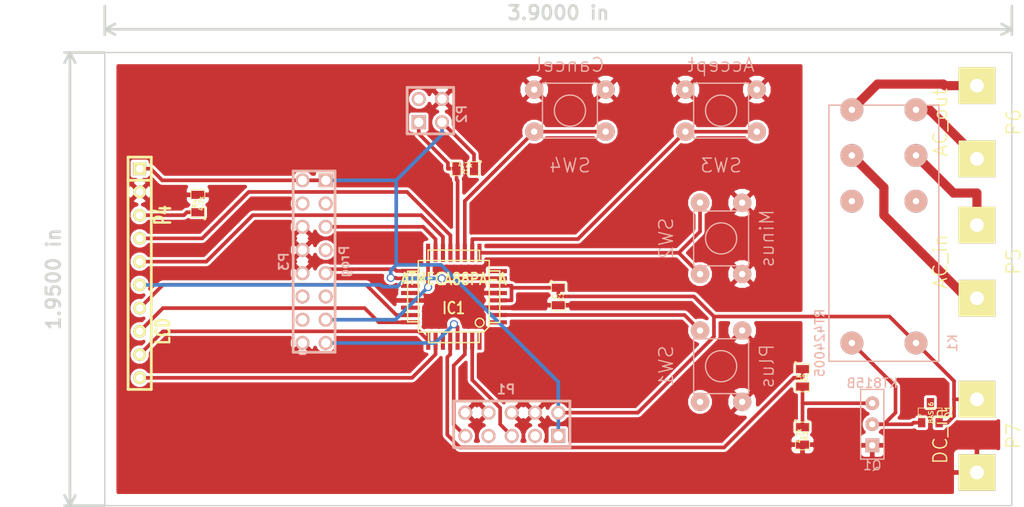
<source format=kicad_pcb>
(kicad_pcb (version 3) (host pcbnew "(2013-june-11)-stable")

  (general
    (links 74)
    (no_connects 6)
    (area 18.974999 17.704999 118.185001 67.385001)
    (thickness 1.6)
    (drawings 6)
    (tracks 155)
    (zones 0)
    (modules 20)
    (nets 29)
  )

  (page A4)
  (layers
    (15 F.Cu signal)
    (0 B.Cu signal)
    (16 B.Adhes user)
    (17 F.Adhes user)
    (18 B.Paste user)
    (19 F.Paste user)
    (20 B.SilkS user)
    (21 F.SilkS user)
    (22 B.Mask user)
    (23 F.Mask user)
    (28 Edge.Cuts user)
  )

  (setup
    (last_trace_width 0.4)
    (trace_clearance 0.3)
    (zone_clearance 0.3)
    (zone_45_only no)
    (trace_min 0.254)
    (segment_width 0.2)
    (edge_width 0.15)
    (via_size 0.889)
    (via_drill 0.635)
    (via_min_size 0.889)
    (via_min_drill 0.508)
    (uvia_size 0.508)
    (uvia_drill 0.127)
    (uvias_allowed no)
    (uvia_min_size 0.508)
    (uvia_min_drill 0.127)
    (pcb_text_width 0.3)
    (pcb_text_size 1.5 1.5)
    (mod_edge_width 0.15)
    (mod_text_size 1.5 1.5)
    (mod_text_width 0.15)
    (pad_size 2.5 2.5)
    (pad_drill 0.7)
    (pad_to_mask_clearance 0.2)
    (aux_axis_origin 0 0)
    (visible_elements FFFFFFBF)
    (pcbplotparams
      (layerselection 32768)
      (usegerberextensions false)
      (excludeedgelayer true)
      (linewidth 0.100000)
      (plotframeref false)
      (viasonmask false)
      (mode 1)
      (useauxorigin false)
      (hpglpennumber 1)
      (hpglpenspeed 20)
      (hpglpendiameter 15)
      (hpglpenoverlay 2)
      (psnegative false)
      (psa4output false)
      (plotreference true)
      (plotvalue true)
      (plotothertext true)
      (plotinvisibletext false)
      (padsonsilk false)
      (subtractmaskfromsilk false)
      (outputformat 2)
      (mirror false)
      (drillshape 0)
      (scaleselection 1)
      (outputdirectory ""))
  )

  (net 0 "")
  (net 1 /AC_IN1)
  (net 2 /AC_IN2)
  (net 3 /AC_OUT1)
  (net 4 /AC_OUT2)
  (net 5 /LCD_D4)
  (net 6 /LCD_D5)
  (net 7 /LCD_D6)
  (net 8 /LCD_D7)
  (net 9 /LCD_E)
  (net 10 /LCD_RS)
  (net 11 /LCD_RW)
  (net 12 /RXD)
  (net 13 /SRST)
  (net 14 /SW_ACCEPT)
  (net 15 /SW_CANCEL)
  (net 16 /SW_MINUS)
  (net 17 /SW_PLUS)
  (net 18 /TCK)
  (net 19 /TDI)
  (net 20 /TDO)
  (net 21 /TXD)
  (net 22 GND)
  (net 23 N-000001)
  (net 24 N-0000017)
  (net 25 N-000002)
  (net 26 N-0000028)
  (net 27 N-000003)
  (net 28 VCC)

  (net_class Default "This is the default net class."
    (clearance 0.3)
    (trace_width 0.4)
    (via_dia 0.889)
    (via_drill 0.635)
    (uvia_dia 0.508)
    (uvia_drill 0.127)
    (add_net "")
    (add_net /LCD_D4)
    (add_net /LCD_D5)
    (add_net /LCD_D6)
    (add_net /LCD_D7)
    (add_net /LCD_E)
    (add_net /LCD_RS)
    (add_net /LCD_RW)
    (add_net /RXD)
    (add_net /SRST)
    (add_net /SW_ACCEPT)
    (add_net /SW_CANCEL)
    (add_net /SW_MINUS)
    (add_net /SW_PLUS)
    (add_net /TCK)
    (add_net /TDI)
    (add_net /TDO)
    (add_net /TXD)
    (add_net GND)
    (add_net N-000001)
    (add_net N-0000017)
    (add_net N-000002)
    (add_net N-0000028)
    (add_net N-000003)
    (add_net VCC)
  )

  (net_class AC ""
    (clearance 1)
    (trace_width 1)
    (via_dia 0.889)
    (via_drill 0.635)
    (uvia_dia 0.508)
    (uvia_drill 0.127)
    (add_net /AC_IN1)
    (add_net /AC_IN2)
    (add_net /AC_OUT1)
    (add_net /AC_OUT2)
  )

  (net_class kicad_default ""
    (clearance 0.3)
    (trace_width 0.4)
    (via_dia 0.889)
    (via_drill 0.635)
    (uvia_dia 0.508)
    (uvia_drill 0.127)
  )

  (module TQFP32 (layer F.Cu) (tedit 43A670DA) (tstamp 52875DA8)
    (at 57.15 44.45 180)
    (path /5280620D)
    (fp_text reference IC1 (at 0 -1.27 180) (layer F.SilkS)
      (effects (font (size 1.27 1.016) (thickness 0.2032)))
    )
    (fp_text value ATMEGA88PA-A (at 0 1.905 180) (layer F.SilkS)
      (effects (font (size 1.27 1.016) (thickness 0.2032)))
    )
    (fp_line (start 5.0292 2.7686) (end 3.8862 2.7686) (layer F.SilkS) (width 0.1524))
    (fp_line (start 5.0292 -2.7686) (end 3.9116 -2.7686) (layer F.SilkS) (width 0.1524))
    (fp_line (start 5.0292 2.7686) (end 5.0292 -2.7686) (layer F.SilkS) (width 0.1524))
    (fp_line (start 2.794 3.9624) (end 2.794 5.0546) (layer F.SilkS) (width 0.1524))
    (fp_line (start -2.8194 3.9878) (end -2.8194 5.0546) (layer F.SilkS) (width 0.1524))
    (fp_line (start -2.8448 5.0546) (end 2.794 5.08) (layer F.SilkS) (width 0.1524))
    (fp_line (start -2.794 -5.0292) (end 2.7178 -5.0546) (layer F.SilkS) (width 0.1524))
    (fp_line (start -3.8862 -3.2766) (end -3.8862 3.9116) (layer F.SilkS) (width 0.1524))
    (fp_line (start 2.7432 -5.0292) (end 2.7432 -3.9878) (layer F.SilkS) (width 0.1524))
    (fp_line (start -3.2512 -3.8862) (end 3.81 -3.8862) (layer F.SilkS) (width 0.1524))
    (fp_line (start 3.8608 3.937) (end 3.8608 -3.7846) (layer F.SilkS) (width 0.1524))
    (fp_line (start -3.8862 3.937) (end 3.7338 3.937) (layer F.SilkS) (width 0.1524))
    (fp_line (start -5.0292 -2.8448) (end -5.0292 2.794) (layer F.SilkS) (width 0.1524))
    (fp_line (start -5.0292 2.794) (end -3.8862 2.794) (layer F.SilkS) (width 0.1524))
    (fp_line (start -3.87604 -3.302) (end -3.29184 -3.8862) (layer F.SilkS) (width 0.1524))
    (fp_line (start -5.02412 -2.8448) (end -3.87604 -2.8448) (layer F.SilkS) (width 0.1524))
    (fp_line (start -2.794 -3.8862) (end -2.794 -5.03428) (layer F.SilkS) (width 0.1524))
    (fp_circle (center -2.83972 -2.86004) (end -2.43332 -2.60604) (layer F.SilkS) (width 0.1524))
    (pad 8 smd rect (at -4.81584 2.77622 180) (size 1.99898 0.44958)
      (layers F.Cu F.Paste F.Mask)
    )
    (pad 7 smd rect (at -4.81584 1.97612 180) (size 1.99898 0.44958)
      (layers F.Cu F.Paste F.Mask)
      (net 9 /LCD_E)
    )
    (pad 6 smd rect (at -4.81584 1.17602 180) (size 1.99898 0.44958)
      (layers F.Cu F.Paste F.Mask)
      (net 28 VCC)
    )
    (pad 5 smd rect (at -4.81584 0.37592 180) (size 1.99898 0.44958)
      (layers F.Cu F.Paste F.Mask)
      (net 22 GND)
    )
    (pad 4 smd rect (at -4.81584 -0.42418 180) (size 1.99898 0.44958)
      (layers F.Cu F.Paste F.Mask)
      (net 28 VCC)
    )
    (pad 3 smd rect (at -4.81584 -1.22428 180) (size 1.99898 0.44958)
      (layers F.Cu F.Paste F.Mask)
      (net 22 GND)
    )
    (pad 2 smd rect (at -4.81584 -2.02438 180) (size 1.99898 0.44958)
      (layers F.Cu F.Paste F.Mask)
      (net 17 /SW_PLUS)
    )
    (pad 1 smd rect (at -4.81584 -2.82448 180) (size 1.99898 0.44958)
      (layers F.Cu F.Paste F.Mask)
    )
    (pad 24 smd rect (at 4.7498 -2.8194 180) (size 1.99898 0.44958)
      (layers F.Cu F.Paste F.Mask)
      (net 6 /LCD_D5)
    )
    (pad 17 smd rect (at 4.7498 2.794 180) (size 1.99898 0.44958)
      (layers F.Cu F.Paste F.Mask)
      (net 18 /TCK)
    )
    (pad 18 smd rect (at 4.7498 1.9812 180) (size 1.99898 0.44958)
      (layers F.Cu F.Paste F.Mask)
      (net 28 VCC)
    )
    (pad 19 smd rect (at 4.7498 1.1684 180) (size 1.99898 0.44958)
      (layers F.Cu F.Paste F.Mask)
    )
    (pad 20 smd rect (at 4.7498 0.381 180) (size 1.99898 0.44958)
      (layers F.Cu F.Paste F.Mask)
    )
    (pad 21 smd rect (at 4.7498 -0.4318 180) (size 1.99898 0.44958)
      (layers F.Cu F.Paste F.Mask)
      (net 22 GND)
    )
    (pad 22 smd rect (at 4.7498 -1.2192 180) (size 1.99898 0.44958)
      (layers F.Cu F.Paste F.Mask)
    )
    (pad 23 smd rect (at 4.7498 -2.032 180) (size 1.99898 0.44958)
      (layers F.Cu F.Paste F.Mask)
      (net 5 /LCD_D4)
    )
    (pad 32 smd rect (at -2.82448 -4.826 180) (size 0.44958 1.99898)
      (layers F.Cu F.Paste F.Mask)
    )
    (pad 31 smd rect (at -2.02692 -4.826 180) (size 0.44958 1.99898)
      (layers F.Cu F.Paste F.Mask)
      (net 21 /TXD)
    )
    (pad 30 smd rect (at -1.22428 -4.826 180) (size 0.44958 1.99898)
      (layers F.Cu F.Paste F.Mask)
      (net 12 /RXD)
    )
    (pad 29 smd rect (at -0.42672 -4.826 180) (size 0.44958 1.99898)
      (layers F.Cu F.Paste F.Mask)
      (net 13 /SRST)
    )
    (pad 28 smd rect (at 0.37592 -4.826 180) (size 0.44958 1.99898)
      (layers F.Cu F.Paste F.Mask)
      (net 25 N-000002)
    )
    (pad 27 smd rect (at 1.17348 -4.826 180) (size 0.44958 1.99898)
      (layers F.Cu F.Paste F.Mask)
    )
    (pad 26 smd rect (at 1.97612 -4.826 180) (size 0.44958 1.99898)
      (layers F.Cu F.Paste F.Mask)
      (net 8 /LCD_D7)
    )
    (pad 25 smd rect (at 2.77368 -4.826 180) (size 0.44958 1.99898)
      (layers F.Cu F.Paste F.Mask)
      (net 7 /LCD_D6)
    )
    (pad 9 smd rect (at -2.8194 4.7752 180) (size 0.44958 1.99898)
      (layers F.Cu F.Paste F.Mask)
      (net 16 /SW_MINUS)
    )
    (pad 10 smd rect (at -2.032 4.7752 180) (size 0.44958 1.99898)
      (layers F.Cu F.Paste F.Mask)
      (net 14 /SW_ACCEPT)
    )
    (pad 11 smd rect (at -1.2192 4.7752 180) (size 0.44958 1.99898)
      (layers F.Cu F.Paste F.Mask)
      (net 15 /SW_CANCEL)
    )
    (pad 12 smd rect (at -0.4318 4.7752 180) (size 0.44958 1.99898)
      (layers F.Cu F.Paste F.Mask)
      (net 23 N-000001)
    )
    (pad 13 smd rect (at 0.3556 4.7752 180) (size 0.44958 1.99898)
      (layers F.Cu F.Paste F.Mask)
      (net 10 /LCD_RS)
    )
    (pad 14 smd rect (at 1.1684 4.7752 180) (size 0.44958 1.99898)
      (layers F.Cu F.Paste F.Mask)
      (net 11 /LCD_RW)
    )
    (pad 15 smd rect (at 1.9812 4.7752 180) (size 0.44958 1.99898)
      (layers F.Cu F.Paste F.Mask)
      (net 19 /TDI)
    )
    (pad 16 smd rect (at 2.794 4.7752 180) (size 0.44958 1.99898)
      (layers F.Cu F.Paste F.Mask)
      (net 20 /TDO)
    )
    (model smd/tqfp32.wrl
      (at (xyz 0 0 0))
      (scale (xyz 1 1 1))
      (rotate (xyz 0 0 0))
    )
  )

  (module TO126 (layer B.Cu) (tedit 52874F33) (tstamp 528759BF)
    (at 102.87 58.42)
    (path /528062B4)
    (fp_text reference Q1 (at 0 4.5) (layer B.SilkS)
      (effects (font (size 1 1) (thickness 0.15)) (justify mirror))
    )
    (fp_text value KT815B (at 0 -4.5) (layer B.SilkS)
      (effects (font (size 1 1) (thickness 0.15)) (justify mirror))
    )
    (fp_line (start -1.27 3.81) (end -1.27 -3.81) (layer B.SilkS) (width 0.15))
    (fp_line (start -1.27 -3.81) (end 1.27 -3.81) (layer B.SilkS) (width 0.15))
    (fp_line (start 1.27 -3.81) (end 1.27 3.81) (layer B.SilkS) (width 0.15))
    (fp_line (start 1.27 3.81) (end -1.27 3.81) (layer B.SilkS) (width 0.15))
    (pad 1 thru_hole rect (at 0 2.3) (size 1.5 1.5) (drill 0.7)
      (layers *.Cu *.Mask B.SilkS)
      (net 22 GND)
    )
    (pad 2 thru_hole circle (at 0 0) (size 1.5 1.5) (drill 0.7)
      (layers *.Cu *.Mask B.SilkS)
      (net 27 N-000003)
    )
    (pad 3 thru_hole circle (at 0 -2.3) (size 1.5 1.5) (drill 0.7)
      (layers *.Cu *.Mask B.SilkS)
      (net 26 N-0000028)
    )
    (model to-xxx-packages/to126.wrl
      (at (xyz -0.2 0 0))
      (scale (xyz 1 1 1))
      (rotate (xyz 0 0 -90))
    )
  )

  (module SOT23 (layer F.Cu) (tedit 52875C16) (tstamp 52875CC8)
    (at 109.22 57.15)
    (tags SOT23)
    (path /5280657D)
    (fp_text reference D1 (at 1.99898 -0.09906 90) (layer F.SilkS)
      (effects (font (size 0.762 0.762) (thickness 0.11938)))
    )
    (fp_text value BAS16 (at 0.0635 0 90) (layer F.SilkS)
      (effects (font (size 0.50038 0.50038) (thickness 0.09906)))
    )
    (fp_circle (center -1.17602 0.35052) (end -1.30048 0.44958) (layer F.SilkS) (width 0.07874))
    (fp_line (start 1.27 -0.508) (end 1.27 0.508) (layer F.SilkS) (width 0.07874))
    (fp_line (start -1.3335 -0.508) (end -1.3335 0.508) (layer F.SilkS) (width 0.07874))
    (fp_line (start 1.27 0.508) (end -1.3335 0.508) (layer F.SilkS) (width 0.07874))
    (fp_line (start -1.3335 -0.508) (end 1.27 -0.508) (layer F.SilkS) (width 0.07874))
    (pad 3 smd rect (at 0 -1.09982) (size 0.8001 1.00076)
      (layers F.Cu F.Paste F.Mask)
    )
    (pad 2 smd rect (at 0.9525 1.09982) (size 0.8001 1.00076)
      (layers F.Cu F.Paste F.Mask)
      (net 28 VCC)
    )
    (pad 1 smd rect (at -0.9525 1.09982) (size 0.8001 1.00076)
      (layers F.Cu F.Paste F.Mask)
      (net 27 N-000003)
    )
    (model smd\SOT23_3.wrl
      (at (xyz 0 0 0))
      (scale (xyz 0.4 0.4 0.4))
      (rotate (xyz 0 0 180))
    )
  )

  (module SM0805 (layer F.Cu) (tedit 5091495C) (tstamp 5287C2DA)
    (at 58.42 30.48 180)
    (path /52808BCC)
    (attr smd)
    (fp_text reference R1 (at 0 -0.3175 180) (layer F.SilkS)
      (effects (font (size 0.50038 0.50038) (thickness 0.10922)))
    )
    (fp_text value 4.7k (at 0 0.381 180) (layer F.SilkS)
      (effects (font (size 0.50038 0.50038) (thickness 0.10922)))
    )
    (fp_circle (center -1.651 0.762) (end -1.651 0.635) (layer F.SilkS) (width 0.09906))
    (fp_line (start -0.508 0.762) (end -1.524 0.762) (layer F.SilkS) (width 0.09906))
    (fp_line (start -1.524 0.762) (end -1.524 -0.762) (layer F.SilkS) (width 0.09906))
    (fp_line (start -1.524 -0.762) (end -0.508 -0.762) (layer F.SilkS) (width 0.09906))
    (fp_line (start 0.508 -0.762) (end 1.524 -0.762) (layer F.SilkS) (width 0.09906))
    (fp_line (start 1.524 -0.762) (end 1.524 0.762) (layer F.SilkS) (width 0.09906))
    (fp_line (start 1.524 0.762) (end 0.508 0.762) (layer F.SilkS) (width 0.09906))
    (pad 1 smd rect (at -0.9525 0 180) (size 0.889 1.397)
      (layers F.Cu F.Paste F.Mask)
      (net 28 VCC)
    )
    (pad 2 smd rect (at 0.9525 0 180) (size 0.889 1.397)
      (layers F.Cu F.Paste F.Mask)
      (net 23 N-000001)
    )
    (model smd/chip_cms.wrl
      (at (xyz 0 0 0))
      (scale (xyz 0.1 0.1 0.1))
      (rotate (xyz 0 0 0))
    )
  )

  (module SM0805 (layer F.Cu) (tedit 5091495C) (tstamp 528768E6)
    (at 95.25 53.34 270)
    (path /52806436)
    (attr smd)
    (fp_text reference R2 (at 0 -0.3175 270) (layer F.SilkS)
      (effects (font (size 0.50038 0.50038) (thickness 0.10922)))
    )
    (fp_text value 1K (at 0 0.381 270) (layer F.SilkS)
      (effects (font (size 0.50038 0.50038) (thickness 0.10922)))
    )
    (fp_circle (center -1.651 0.762) (end -1.651 0.635) (layer F.SilkS) (width 0.09906))
    (fp_line (start -0.508 0.762) (end -1.524 0.762) (layer F.SilkS) (width 0.09906))
    (fp_line (start -1.524 0.762) (end -1.524 -0.762) (layer F.SilkS) (width 0.09906))
    (fp_line (start -1.524 -0.762) (end -0.508 -0.762) (layer F.SilkS) (width 0.09906))
    (fp_line (start 0.508 -0.762) (end 1.524 -0.762) (layer F.SilkS) (width 0.09906))
    (fp_line (start 1.524 -0.762) (end 1.524 0.762) (layer F.SilkS) (width 0.09906))
    (fp_line (start 1.524 0.762) (end 0.508 0.762) (layer F.SilkS) (width 0.09906))
    (pad 1 smd rect (at -0.9525 0 270) (size 0.889 1.397)
      (layers F.Cu F.Paste F.Mask)
      (net 25 N-000002)
    )
    (pad 2 smd rect (at 0.9525 0 270) (size 0.889 1.397)
      (layers F.Cu F.Paste F.Mask)
      (net 26 N-0000028)
    )
    (model smd/chip_cms.wrl
      (at (xyz 0 0 0))
      (scale (xyz 0.1 0.1 0.1))
      (rotate (xyz 0 0 0))
    )
  )

  (module SM0805 (layer F.Cu) (tedit 5091495C) (tstamp 52875A26)
    (at 95.25 59.69 270)
    (path /52868B10)
    (attr smd)
    (fp_text reference R3 (at 0 -0.3175 270) (layer F.SilkS)
      (effects (font (size 0.50038 0.50038) (thickness 0.10922)))
    )
    (fp_text value 4.7k (at 0 0.381 270) (layer F.SilkS)
      (effects (font (size 0.50038 0.50038) (thickness 0.10922)))
    )
    (fp_circle (center -1.651 0.762) (end -1.651 0.635) (layer F.SilkS) (width 0.09906))
    (fp_line (start -0.508 0.762) (end -1.524 0.762) (layer F.SilkS) (width 0.09906))
    (fp_line (start -1.524 0.762) (end -1.524 -0.762) (layer F.SilkS) (width 0.09906))
    (fp_line (start -1.524 -0.762) (end -0.508 -0.762) (layer F.SilkS) (width 0.09906))
    (fp_line (start 0.508 -0.762) (end 1.524 -0.762) (layer F.SilkS) (width 0.09906))
    (fp_line (start 1.524 -0.762) (end 1.524 0.762) (layer F.SilkS) (width 0.09906))
    (fp_line (start 1.524 0.762) (end 0.508 0.762) (layer F.SilkS) (width 0.09906))
    (pad 1 smd rect (at -0.9525 0 270) (size 0.889 1.397)
      (layers F.Cu F.Paste F.Mask)
      (net 26 N-0000028)
    )
    (pad 2 smd rect (at 0.9525 0 270) (size 0.889 1.397)
      (layers F.Cu F.Paste F.Mask)
      (net 22 GND)
    )
    (model smd/chip_cms.wrl
      (at (xyz 0 0 0))
      (scale (xyz 0.1 0.1 0.1))
      (rotate (xyz 0 0 0))
    )
  )

  (module SM0805 (layer F.Cu) (tedit 5091495C) (tstamp 528771F0)
    (at 29.21 34.29 90)
    (path /52874B84)
    (attr smd)
    (fp_text reference R4 (at 0 -0.3175 90) (layer F.SilkS)
      (effects (font (size 0.50038 0.50038) (thickness 0.10922)))
    )
    (fp_text value 4.7k (at 0 0.381 90) (layer F.SilkS)
      (effects (font (size 0.50038 0.50038) (thickness 0.10922)))
    )
    (fp_circle (center -1.651 0.762) (end -1.651 0.635) (layer F.SilkS) (width 0.09906))
    (fp_line (start -0.508 0.762) (end -1.524 0.762) (layer F.SilkS) (width 0.09906))
    (fp_line (start -1.524 0.762) (end -1.524 -0.762) (layer F.SilkS) (width 0.09906))
    (fp_line (start -1.524 -0.762) (end -0.508 -0.762) (layer F.SilkS) (width 0.09906))
    (fp_line (start 0.508 -0.762) (end 1.524 -0.762) (layer F.SilkS) (width 0.09906))
    (fp_line (start 1.524 -0.762) (end 1.524 0.762) (layer F.SilkS) (width 0.09906))
    (fp_line (start 1.524 0.762) (end 0.508 0.762) (layer F.SilkS) (width 0.09906))
    (pad 1 smd rect (at -0.9525 0 90) (size 0.889 1.397)
      (layers F.Cu F.Paste F.Mask)
      (net 24 N-0000017)
    )
    (pad 2 smd rect (at 0.9525 0 90) (size 0.889 1.397)
      (layers F.Cu F.Paste F.Mask)
      (net 22 GND)
    )
    (model smd/chip_cms.wrl
      (at (xyz 0 0 0))
      (scale (xyz 0.1 0.1 0.1))
      (rotate (xyz 0 0 0))
    )
  )

  (module SM0805 (layer F.Cu) (tedit 5091495C) (tstamp 52875A40)
    (at 68.58 44.45 270)
    (path /52874FC7)
    (attr smd)
    (fp_text reference C1 (at 0 -0.3175 270) (layer F.SilkS)
      (effects (font (size 0.50038 0.50038) (thickness 0.10922)))
    )
    (fp_text value C (at 0 0.381 270) (layer F.SilkS)
      (effects (font (size 0.50038 0.50038) (thickness 0.10922)))
    )
    (fp_circle (center -1.651 0.762) (end -1.651 0.635) (layer F.SilkS) (width 0.09906))
    (fp_line (start -0.508 0.762) (end -1.524 0.762) (layer F.SilkS) (width 0.09906))
    (fp_line (start -1.524 0.762) (end -1.524 -0.762) (layer F.SilkS) (width 0.09906))
    (fp_line (start -1.524 -0.762) (end -0.508 -0.762) (layer F.SilkS) (width 0.09906))
    (fp_line (start 0.508 -0.762) (end 1.524 -0.762) (layer F.SilkS) (width 0.09906))
    (fp_line (start 1.524 -0.762) (end 1.524 0.762) (layer F.SilkS) (width 0.09906))
    (fp_line (start 1.524 0.762) (end 0.508 0.762) (layer F.SilkS) (width 0.09906))
    (pad 1 smd rect (at -0.9525 0 270) (size 0.889 1.397)
      (layers F.Cu F.Paste F.Mask)
      (net 28 VCC)
    )
    (pad 2 smd rect (at 0.9525 0 270) (size 0.889 1.397)
      (layers F.Cu F.Paste F.Mask)
      (net 22 GND)
    )
    (model smd/chip_cms.wrl
      (at (xyz 0 0 0))
      (scale (xyz 0.1 0.1 0.1))
      (rotate (xyz 0 0 0))
    )
  )

  (module pin_array_8x2 (layer B.Cu) (tedit 3FB38B89) (tstamp 52875A68)
    (at 41.91 40.64 270)
    (descr "Double rangee de contacts 2 x 8 pins")
    (tags CONN)
    (path /528719D9)
    (fp_text reference P3 (at 0 3.302 270) (layer B.SilkS)
      (effects (font (size 1.016 1.016) (thickness 0.2032)) (justify mirror))
    )
    (fp_text value Prog (at 0 -3.302 270) (layer B.SilkS)
      (effects (font (size 1.016 1.016) (thickness 0.2032)) (justify mirror))
    )
    (fp_line (start -9.906 -2.286) (end -9.906 2.286) (layer B.SilkS) (width 0.3048))
    (fp_line (start -9.906 2.286) (end 9.906 2.286) (layer B.SilkS) (width 0.3048))
    (fp_line (start 9.906 2.286) (end 9.906 -2.286) (layer B.SilkS) (width 0.3048))
    (fp_line (start 9.906 -2.286) (end -9.906 -2.286) (layer B.SilkS) (width 0.3048))
    (pad 1 thru_hole rect (at -8.89 -1.27 270) (size 1.524 1.524) (drill 1.016)
      (layers *.Cu *.Mask B.SilkS)
      (net 28 VCC)
    )
    (pad 2 thru_hole circle (at -8.89 1.27 270) (size 1.524 1.524) (drill 1.016)
      (layers *.Cu *.Mask B.SilkS)
      (net 28 VCC)
    )
    (pad 3 thru_hole circle (at -6.35 -1.27 270) (size 1.524 1.524) (drill 1.016)
      (layers *.Cu *.Mask B.SilkS)
    )
    (pad 4 thru_hole circle (at -6.35 1.27 270) (size 1.524 1.524) (drill 1.016)
      (layers *.Cu *.Mask B.SilkS)
      (net 22 GND)
    )
    (pad 5 thru_hole circle (at -3.81 -1.27 270) (size 1.524 1.524) (drill 1.016)
      (layers *.Cu *.Mask B.SilkS)
      (net 19 /TDI)
    )
    (pad 6 thru_hole circle (at -3.81 1.27 270) (size 1.524 1.524) (drill 1.016)
      (layers *.Cu *.Mask B.SilkS)
      (net 22 GND)
    )
    (pad 7 thru_hole circle (at -1.27 -1.27 270) (size 1.524 1.524) (drill 1.016)
      (layers *.Cu *.Mask B.SilkS)
    )
    (pad 8 thru_hole circle (at -1.27 1.27 270) (size 1.524 1.524) (drill 1.016)
      (layers *.Cu *.Mask B.SilkS)
      (net 22 GND)
    )
    (pad 9 thru_hole circle (at 1.27 -1.27 270) (size 1.524 1.524) (drill 1.016)
      (layers *.Cu *.Mask B.SilkS)
      (net 18 /TCK)
    )
    (pad 10 thru_hole circle (at 1.27 1.27 270) (size 1.524 1.524) (drill 1.016)
      (layers *.Cu *.Mask B.SilkS)
      (net 22 GND)
    )
    (pad 11 thru_hole circle (at 3.81 -1.27 270) (size 1.524 1.524) (drill 1.016)
      (layers *.Cu *.Mask B.SilkS)
    )
    (pad 12 thru_hole circle (at 3.81 1.27 270) (size 1.524 1.524) (drill 1.016)
      (layers *.Cu *.Mask B.SilkS)
      (net 22 GND)
    )
    (pad 13 thru_hole circle (at 6.35 -1.27 270) (size 1.524 1.524) (drill 1.016)
      (layers *.Cu *.Mask B.SilkS)
      (net 20 /TDO)
    )
    (pad 14 thru_hole circle (at 6.35 1.27 270) (size 1.524 1.524) (drill 1.016)
      (layers *.Cu *.Mask B.SilkS)
      (net 22 GND)
    )
    (pad 15 thru_hole circle (at 8.89 -1.27 270) (size 1.524 1.524) (drill 1.016)
      (layers *.Cu *.Mask B.SilkS)
      (net 13 /SRST)
    )
    (pad 16 thru_hole circle (at 8.89 1.27 270) (size 1.524 1.524) (drill 1.016)
      (layers *.Cu *.Mask B.SilkS)
      (net 22 GND)
    )
    (model pin_array/pins_array_8x2.wrl
      (at (xyz 0 0 0))
      (scale (xyz 1 1 1))
      (rotate (xyz 0 0 0))
    )
  )

  (module PIN_ARRAY_5x2 (layer B.Cu) (tedit 3FCF2109) (tstamp 52875A7A)
    (at 63.5 58.42 180)
    (descr "Double rangee de contacts 2 x 5 pins")
    (tags CONN)
    (path /528719CA)
    (fp_text reference P1 (at 0.635 3.81 180) (layer B.SilkS)
      (effects (font (size 1.016 1.016) (thickness 0.2032)) (justify mirror))
    )
    (fp_text value Serial (at 0 3.81 180) (layer B.SilkS) hide
      (effects (font (size 1.016 1.016) (thickness 0.2032)) (justify mirror))
    )
    (fp_line (start -6.35 2.54) (end 6.35 2.54) (layer B.SilkS) (width 0.3048))
    (fp_line (start 6.35 2.54) (end 6.35 -2.54) (layer B.SilkS) (width 0.3048))
    (fp_line (start 6.35 -2.54) (end -6.35 -2.54) (layer B.SilkS) (width 0.3048))
    (fp_line (start -6.35 -2.54) (end -6.35 2.54) (layer B.SilkS) (width 0.3048))
    (pad 1 thru_hole rect (at -5.08 -1.27 180) (size 1.524 1.524) (drill 1.016)
      (layers *.Cu *.Mask B.SilkS)
      (net 28 VCC)
    )
    (pad 2 thru_hole circle (at -5.08 1.27 180) (size 1.524 1.524) (drill 1.016)
      (layers *.Cu *.Mask B.SilkS)
      (net 28 VCC)
    )
    (pad 3 thru_hole circle (at -2.54 -1.27 180) (size 1.524 1.524) (drill 1.016)
      (layers *.Cu *.Mask B.SilkS)
    )
    (pad 4 thru_hole circle (at -2.54 1.27 180) (size 1.524 1.524) (drill 1.016)
      (layers *.Cu *.Mask B.SilkS)
      (net 22 GND)
    )
    (pad 5 thru_hole circle (at 0 -1.27 180) (size 1.524 1.524) (drill 1.016)
      (layers *.Cu *.Mask B.SilkS)
      (net 21 /TXD)
    )
    (pad 6 thru_hole circle (at 0 1.27 180) (size 1.524 1.524) (drill 1.016)
      (layers *.Cu *.Mask B.SilkS)
      (net 22 GND)
    )
    (pad 7 thru_hole circle (at 2.54 -1.27 180) (size 1.524 1.524) (drill 1.016)
      (layers *.Cu *.Mask B.SilkS)
    )
    (pad 8 thru_hole circle (at 2.54 1.27 180) (size 1.524 1.524) (drill 1.016)
      (layers *.Cu *.Mask B.SilkS)
      (net 22 GND)
    )
    (pad 9 thru_hole circle (at 5.08 -1.27 180) (size 1.524 1.524) (drill 1.016)
      (layers *.Cu *.Mask B.SilkS)
      (net 12 /RXD)
    )
    (pad 10 thru_hole circle (at 5.08 1.27 180) (size 1.524 1.524) (drill 1.016)
      (layers *.Cu *.Mask B.SilkS)
      (net 22 GND)
    )
    (model pin_array/pins_array_5x2.wrl
      (at (xyz 0 0 0))
      (scale (xyz 1 1 1))
      (rotate (xyz 0 0 0))
    )
  )

  (module PIN_ARRAY_2X2 (layer B.Cu) (tedit 3FAB87D4) (tstamp 52875A86)
    (at 54.61 24.13 90)
    (descr "Double rangee de contacts 2 x 2 pins")
    (tags CONN)
    (path /52808B6D)
    (fp_text reference P2 (at -0.381 3.429 90) (layer B.SilkS)
      (effects (font (size 1.016 1.016) (thickness 0.2032)) (justify mirror))
    )
    (fp_text value Thermo (at 0 -3.048 90) (layer B.SilkS) hide
      (effects (font (size 1.016 1.016) (thickness 0.2032)) (justify mirror))
    )
    (fp_line (start -2.54 2.54) (end 2.54 2.54) (layer B.SilkS) (width 0.3048))
    (fp_line (start 2.54 2.54) (end 2.54 -2.54) (layer B.SilkS) (width 0.3048))
    (fp_line (start 2.54 -2.54) (end -2.54 -2.54) (layer B.SilkS) (width 0.3048))
    (fp_line (start -2.54 -2.54) (end -2.54 2.54) (layer B.SilkS) (width 0.3048))
    (pad 1 thru_hole rect (at -1.27 -1.27 90) (size 1.524 1.524) (drill 1.016)
      (layers *.Cu *.Mask B.SilkS)
      (net 23 N-000001)
    )
    (pad 2 thru_hole circle (at -1.27 1.27 90) (size 1.524 1.524) (drill 1.016)
      (layers *.Cu *.Mask B.SilkS)
      (net 28 VCC)
    )
    (pad 3 thru_hole circle (at 1.27 -1.27 90) (size 1.524 1.524) (drill 1.016)
      (layers *.Cu *.Mask B.SilkS)
    )
    (pad 4 thru_hole circle (at 1.27 1.27 90) (size 1.524 1.524) (drill 1.016)
      (layers *.Cu *.Mask B.SilkS)
      (net 22 GND)
    )
    (model pin_array/pins_array_2x2.wrl
      (at (xyz 0 0 0))
      (scale (xyz 1 1 1))
      (rotate (xyz 0 0 0))
    )
  )

  (module SIL-10 (layer F.Cu) (tedit 200000) (tstamp 5287838B)
    (at 22.86 41.91 270)
    (descr "Connecteur 10 pins")
    (tags "CONN DEV")
    (path /52877595)
    (fp_text reference P4 (at -6.35 -2.54 270) (layer F.SilkS)
      (effects (font (size 1.72974 1.08712) (thickness 0.3048)))
    )
    (fp_text value LCD (at 6.35 -2.54 270) (layer F.SilkS)
      (effects (font (size 1.524 1.016) (thickness 0.3048)))
    )
    (fp_line (start -12.7 1.27) (end -12.7 -1.27) (layer F.SilkS) (width 0.3048))
    (fp_line (start -12.7 -1.27) (end 12.7 -1.27) (layer F.SilkS) (width 0.3048))
    (fp_line (start 12.7 -1.27) (end 12.7 1.27) (layer F.SilkS) (width 0.3048))
    (fp_line (start 12.7 1.27) (end -12.7 1.27) (layer F.SilkS) (width 0.3048))
    (fp_line (start -10.16 1.27) (end -10.16 -1.27) (layer F.SilkS) (width 0.3048))
    (pad 1 thru_hole rect (at -11.43 0 270) (size 1.397 1.397) (drill 0.8128)
      (layers *.Cu *.Mask F.SilkS)
      (net 28 VCC)
    )
    (pad 2 thru_hole circle (at -8.89 0 270) (size 1.397 1.397) (drill 0.8128)
      (layers *.Cu *.Mask F.SilkS)
      (net 22 GND)
    )
    (pad 3 thru_hole circle (at -6.35 0 270) (size 1.397 1.397) (drill 0.8128)
      (layers *.Cu *.Mask F.SilkS)
      (net 24 N-0000017)
    )
    (pad 4 thru_hole circle (at -3.81 0 270) (size 1.397 1.397) (drill 0.8128)
      (layers *.Cu *.Mask F.SilkS)
      (net 10 /LCD_RS)
    )
    (pad 5 thru_hole circle (at -1.27 0 270) (size 1.397 1.397) (drill 0.8128)
      (layers *.Cu *.Mask F.SilkS)
      (net 11 /LCD_RW)
    )
    (pad 6 thru_hole circle (at 1.27 0 270) (size 1.397 1.397) (drill 0.8128)
      (layers *.Cu *.Mask F.SilkS)
      (net 9 /LCD_E)
    )
    (pad 7 thru_hole circle (at 3.81 0 270) (size 1.397 1.397) (drill 0.8128)
      (layers *.Cu *.Mask F.SilkS)
      (net 5 /LCD_D4)
    )
    (pad 8 thru_hole circle (at 6.35 0 270) (size 1.397 1.397) (drill 0.8128)
      (layers *.Cu *.Mask F.SilkS)
      (net 6 /LCD_D5)
    )
    (pad 9 thru_hole circle (at 8.89 0 270) (size 1.397 1.397) (drill 0.8128)
      (layers *.Cu *.Mask F.SilkS)
      (net 7 /LCD_D6)
    )
    (pad 10 thru_hole circle (at 11.43 0 270) (size 1.397 1.397) (drill 0.8128)
      (layers *.Cu *.Mask F.SilkS)
      (net 8 /LCD_D7)
    )
  )

  (module AC_CONN (layer F.Cu) (tedit 52878D50) (tstamp 52878DCE)
    (at 114.3 40.64 270)
    (path /52878067)
    (fp_text reference P5 (at 0 -4 270) (layer F.SilkS)
      (effects (font (size 1.5 1.5) (thickness 0.15)))
    )
    (fp_text value AC_in (at 0 4 270) (layer F.SilkS)
      (effects (font (size 1.5 1.5) (thickness 0.15)))
    )
    (pad 1 thru_hole rect (at -4 0 270) (size 4 4) (drill 1.5)
      (layers *.Cu *.Mask F.SilkS)
      (net 1 /AC_IN1)
    )
    (pad 2 thru_hole rect (at 4 0 270) (size 4 4) (drill 1.5)
      (layers *.Cu *.Mask F.SilkS)
      (net 2 /AC_IN2)
    )
  )

  (module AC_CONN (layer F.Cu) (tedit 52878D50) (tstamp 52878DD4)
    (at 114.3 25.4 270)
    (path /52878076)
    (fp_text reference P6 (at 0 -4 270) (layer F.SilkS)
      (effects (font (size 1.5 1.5) (thickness 0.15)))
    )
    (fp_text value AC_out (at 0 4 270) (layer F.SilkS)
      (effects (font (size 1.5 1.5) (thickness 0.15)))
    )
    (pad 1 thru_hole rect (at -4 0 270) (size 4 4) (drill 1.5)
      (layers *.Cu *.Mask F.SilkS)
      (net 3 /AC_OUT1)
    )
    (pad 2 thru_hole rect (at 4 0 270) (size 4 4) (drill 1.5)
      (layers *.Cu *.Mask F.SilkS)
      (net 4 /AC_OUT2)
    )
  )

  (module AC_CONN (layer F.Cu) (tedit 52878D50) (tstamp 52878DDA)
    (at 114.3 59.69 270)
    (path /52878085)
    (fp_text reference P7 (at 0 -4 270) (layer F.SilkS)
      (effects (font (size 1.5 1.5) (thickness 0.15)))
    )
    (fp_text value DC_in (at 0 4 270) (layer F.SilkS)
      (effects (font (size 1.5 1.5) (thickness 0.15)))
    )
    (pad 1 thru_hole rect (at -4 0 270) (size 4 4) (drill 1.5)
      (layers *.Cu *.Mask F.SilkS)
      (net 28 VCC)
    )
    (pad 2 thru_hole rect (at 4 0 270) (size 4 4) (drill 1.5)
      (layers *.Cu *.Mask F.SilkS)
      (net 22 GND)
    )
  )

  (module SW_TACT (layer B.Cu) (tedit 5287B34A) (tstamp 5287C123)
    (at 86.36 24.13)
    (path /528686B7)
    (fp_text reference SW3 (at 0 6) (layer B.SilkS)
      (effects (font (size 1.5 1.5) (thickness 0.15)) (justify mirror))
    )
    (fp_text value Accept (at 0 -5) (layer B.SilkS)
      (effects (font (size 1.5 1.5) (thickness 0.15)) (justify mirror))
    )
    (fp_circle (center 0 0) (end -1.7 -0.1) (layer B.SilkS) (width 0.15))
    (fp_line (start -3 3) (end 3 3) (layer B.SilkS) (width 0.15))
    (fp_line (start 3 3) (end 3 -3) (layer B.SilkS) (width 0.15))
    (fp_line (start 3 -3) (end -3 -3) (layer B.SilkS) (width 0.15))
    (fp_line (start -3 -3) (end -3 3) (layer B.SilkS) (width 0.15))
    (pad 1 thru_hole circle (at -3.9 2.3) (size 2 2) (drill 0.7)
      (layers *.Cu *.Mask B.SilkS)
      (net 14 /SW_ACCEPT)
    )
    (pad 1 thru_hole circle (at 3.9 2.3) (size 2 2) (drill 0.7)
      (layers *.Cu *.Mask B.SilkS)
      (net 14 /SW_ACCEPT)
    )
    (pad 2 thru_hole circle (at 3.9 -2.3) (size 2 2) (drill 0.7)
      (layers *.Cu *.Mask B.SilkS)
      (net 22 GND)
    )
    (pad 2 thru_hole circle (at -3.9 -2.3) (size 2 2) (drill 0.7)
      (layers *.Cu *.Mask B.SilkS)
      (net 22 GND)
    )
  )

  (module SW_TACT (layer B.Cu) (tedit 5287B34A) (tstamp 5287C130)
    (at 69.85 24.13)
    (path /528686D0)
    (fp_text reference SW4 (at 0 6) (layer B.SilkS)
      (effects (font (size 1.5 1.5) (thickness 0.15)) (justify mirror))
    )
    (fp_text value Cancel (at 0 -5) (layer B.SilkS)
      (effects (font (size 1.5 1.5) (thickness 0.15)) (justify mirror))
    )
    (fp_circle (center 0 0) (end -1.7 -0.1) (layer B.SilkS) (width 0.15))
    (fp_line (start -3 3) (end 3 3) (layer B.SilkS) (width 0.15))
    (fp_line (start 3 3) (end 3 -3) (layer B.SilkS) (width 0.15))
    (fp_line (start 3 -3) (end -3 -3) (layer B.SilkS) (width 0.15))
    (fp_line (start -3 -3) (end -3 3) (layer B.SilkS) (width 0.15))
    (pad 1 thru_hole circle (at -3.9 2.3) (size 2 2) (drill 0.7)
      (layers *.Cu *.Mask B.SilkS)
      (net 15 /SW_CANCEL)
    )
    (pad 1 thru_hole circle (at 3.9 2.3) (size 2 2) (drill 0.7)
      (layers *.Cu *.Mask B.SilkS)
      (net 15 /SW_CANCEL)
    )
    (pad 2 thru_hole circle (at 3.9 -2.3) (size 2 2) (drill 0.7)
      (layers *.Cu *.Mask B.SilkS)
      (net 22 GND)
    )
    (pad 2 thru_hole circle (at -3.9 -2.3) (size 2 2) (drill 0.7)
      (layers *.Cu *.Mask B.SilkS)
      (net 22 GND)
    )
  )

  (module SW_TACT (layer B.Cu) (tedit 5287B34A) (tstamp 5287C13D)
    (at 86.36 38.1 270)
    (path /528686DF)
    (fp_text reference SW2 (at 0 6 270) (layer B.SilkS)
      (effects (font (size 1.5 1.5) (thickness 0.15)) (justify mirror))
    )
    (fp_text value Minus (at 0 -5 270) (layer B.SilkS)
      (effects (font (size 1.5 1.5) (thickness 0.15)) (justify mirror))
    )
    (fp_circle (center 0 0) (end -1.7 -0.1) (layer B.SilkS) (width 0.15))
    (fp_line (start -3 3) (end 3 3) (layer B.SilkS) (width 0.15))
    (fp_line (start 3 3) (end 3 -3) (layer B.SilkS) (width 0.15))
    (fp_line (start 3 -3) (end -3 -3) (layer B.SilkS) (width 0.15))
    (fp_line (start -3 -3) (end -3 3) (layer B.SilkS) (width 0.15))
    (pad 1 thru_hole circle (at -3.9 2.3 270) (size 2 2) (drill 0.7)
      (layers *.Cu *.Mask B.SilkS)
      (net 16 /SW_MINUS)
    )
    (pad 1 thru_hole circle (at 3.9 2.3 270) (size 2 2) (drill 0.7)
      (layers *.Cu *.Mask B.SilkS)
      (net 16 /SW_MINUS)
    )
    (pad 2 thru_hole circle (at 3.9 -2.3 270) (size 2 2) (drill 0.7)
      (layers *.Cu *.Mask B.SilkS)
      (net 22 GND)
    )
    (pad 2 thru_hole circle (at -3.9 -2.3 270) (size 2 2) (drill 0.7)
      (layers *.Cu *.Mask B.SilkS)
      (net 22 GND)
    )
  )

  (module SW_TACT (layer B.Cu) (tedit 5287B34A) (tstamp 5287C14A)
    (at 86.36 52.07 270)
    (path /528686EE)
    (fp_text reference SW1 (at 0 6 270) (layer B.SilkS)
      (effects (font (size 1.5 1.5) (thickness 0.15)) (justify mirror))
    )
    (fp_text value Plus (at 0 -5 270) (layer B.SilkS)
      (effects (font (size 1.5 1.5) (thickness 0.15)) (justify mirror))
    )
    (fp_circle (center 0 0) (end -1.7 -0.1) (layer B.SilkS) (width 0.15))
    (fp_line (start -3 3) (end 3 3) (layer B.SilkS) (width 0.15))
    (fp_line (start 3 3) (end 3 -3) (layer B.SilkS) (width 0.15))
    (fp_line (start 3 -3) (end -3 -3) (layer B.SilkS) (width 0.15))
    (fp_line (start -3 -3) (end -3 3) (layer B.SilkS) (width 0.15))
    (pad 1 thru_hole circle (at -3.9 2.3 270) (size 2 2) (drill 0.7)
      (layers *.Cu *.Mask B.SilkS)
      (net 17 /SW_PLUS)
    )
    (pad 1 thru_hole circle (at 3.9 2.3 270) (size 2 2) (drill 0.7)
      (layers *.Cu *.Mask B.SilkS)
      (net 17 /SW_PLUS)
    )
    (pad 2 thru_hole circle (at 3.9 -2.3 270) (size 2 2) (drill 0.7)
      (layers *.Cu *.Mask B.SilkS)
      (net 22 GND)
    )
    (pad 2 thru_hole circle (at -3.9 -2.3 270) (size 2 2) (drill 0.7)
      (layers *.Cu *.Mask B.SilkS)
      (net 22 GND)
    )
  )

  (module RT424005 (layer B.Cu) (tedit 5287B540) (tstamp 5287C15B)
    (at 104.14 49.53 90)
    (path /52806639)
    (fp_text reference K1 (at 0 7.5 90) (layer B.SilkS)
      (effects (font (size 1 1) (thickness 0.15)) (justify mirror))
    )
    (fp_text value RT424005 (at 0 -7 90) (layer B.SilkS)
      (effects (font (size 1 1) (thickness 0.15)) (justify mirror))
    )
    (fp_line (start -2 6) (end -2 -6) (layer B.SilkS) (width 0.15))
    (fp_line (start -2 -6) (end 26 -6) (layer B.SilkS) (width 0.15))
    (fp_line (start 26 -6) (end 26 6) (layer B.SilkS) (width 0.15))
    (fp_line (start 26 6) (end -2 6) (layer B.SilkS) (width 0.15))
    (pad 8 thru_hole circle (at 0 3.5 90) (size 2.5 2.5) (drill 0.7)
      (layers *.Cu *.Mask B.SilkS)
      (net 28 VCC)
    )
    (pad 9 thru_hole circle (at 0 -3.5 90) (size 2.5 2.5) (drill 0.7)
      (layers *.Cu *.Mask B.SilkS)
      (net 27 N-000003)
    )
    (pad 3 thru_hole circle (at 15.5 3.5 90) (size 2.5 2.5) (drill 0.7)
      (layers *.Cu *.Mask B.SilkS)
    )
    (pad 14 thru_hole circle (at 15.5 -3.5 90) (size 2.5 2.5) (drill 0.7)
      (layers *.Cu *.Mask B.SilkS)
    )
    (pad 5 thru_hole circle (at 20.5 3.5 90) (size 2.5 2.5) (drill 0.7)
      (layers *.Cu *.Mask B.SilkS)
      (net 1 /AC_IN1)
    )
    (pad 12 thru_hole circle (at 20.5 -3.5 90) (size 2.5 2.5) (drill 0.7)
      (layers *.Cu *.Mask B.SilkS)
      (net 2 /AC_IN2)
    )
    (pad 1 thru_hole circle (at 25.5 3.5 90) (size 2.5 2.5) (drill 0.7)
      (layers *.Cu *.Mask B.SilkS)
      (net 4 /AC_OUT2)
    )
    (pad 16 thru_hole circle (at 25.5 -3.5 90) (size 2.5 2.5) (drill 0.7)
      (layers *.Cu *.Mask B.SilkS)
      (net 3 /AC_OUT1)
    )
  )

  (gr_line (start 19.05 67.31) (end 19.05 17.78) (angle 90) (layer Edge.Cuts) (width 0.15))
  (gr_line (start 118.11 67.31) (end 19.05 67.31) (angle 90) (layer Edge.Cuts) (width 0.15))
  (gr_line (start 118.11 17.78) (end 118.11 67.31) (angle 90) (layer Edge.Cuts) (width 0.15))
  (gr_line (start 19.05 17.78) (end 118.11 17.78) (angle 90) (layer Edge.Cuts) (width 0.15))
  (dimension 49.53 (width 0.3) (layer Edge.Cuts)
    (gr_text "49.530 mm" (at 13.890001 42.545 270) (layer Edge.Cuts)
      (effects (font (size 1.5 1.5) (thickness 0.3)))
    )
    (feature1 (pts (xy 19.05 67.31) (xy 12.540001 67.31)))
    (feature2 (pts (xy 19.05 17.78) (xy 12.540001 17.78)))
    (crossbar (pts (xy 15.240001 17.78) (xy 15.240001 67.31)))
    (arrow1a (pts (xy 15.240001 67.31) (xy 14.653581 66.183497)))
    (arrow1b (pts (xy 15.240001 67.31) (xy 15.826421 66.183497)))
    (arrow2a (pts (xy 15.240001 17.78) (xy 14.653581 18.906503)))
    (arrow2b (pts (xy 15.240001 17.78) (xy 15.826421 18.906503)))
  )
  (dimension 99.06 (width 0.3) (layer Edge.Cuts)
    (gr_text "99.060 mm" (at 68.58 16.589999) (layer Edge.Cuts)
      (effects (font (size 1.5 1.5) (thickness 0.3)))
    )
    (feature1 (pts (xy 118.11 12.7) (xy 118.11 17.939999)))
    (feature2 (pts (xy 19.05 12.7) (xy 19.05 17.939999)))
    (crossbar (pts (xy 19.05 15.239999) (xy 118.11 15.239999)))
    (arrow1a (pts (xy 118.11 15.239999) (xy 116.983497 15.826419)))
    (arrow1b (pts (xy 118.11 15.239999) (xy 116.983497 14.653579)))
    (arrow2a (pts (xy 19.05 15.239999) (xy 20.176503 15.826419)))
    (arrow2b (pts (xy 19.05 15.239999) (xy 20.176503 14.653579)))
  )

  (segment (start 111.7497 33.1397) (end 114.3 33.1397) (width 1) (layer F.Cu) (net 1))
  (segment (start 107.64 29.03) (end 111.7497 33.1397) (width 1) (layer F.Cu) (net 1))
  (segment (start 114.3 36.64) (end 114.3 33.1397) (width 1) (layer F.Cu) (net 1))
  (segment (start 114.3 44.64) (end 113.22 44.64) (width 1) (layer F.Cu) (net 2) (status C00000))
  (segment (start 104.14 32.53) (end 100.64 29.03) (width 1) (layer F.Cu) (net 2) (tstamp 5287C372) (status 800000))
  (segment (start 104.14 35.56) (end 104.14 32.53) (width 1) (layer F.Cu) (net 2) (tstamp 5287C371))
  (segment (start 113.22 44.64) (end 104.14 35.56) (width 1) (layer F.Cu) (net 2) (tstamp 5287C370) (status 400000))
  (segment (start 110.6289 21.2292) (end 110.7997 21.4) (width 1) (layer F.Cu) (net 3))
  (segment (start 103.4408 21.2292) (end 110.6289 21.2292) (width 1) (layer F.Cu) (net 3))
  (segment (start 100.64 24.03) (end 103.4408 21.2292) (width 1) (layer F.Cu) (net 3))
  (segment (start 114.3 21.4) (end 110.7997 21.4) (width 1) (layer F.Cu) (net 3))
  (segment (start 114.3 29.4) (end 114.3 29.21) (width 1) (layer F.Cu) (net 4) (status C00000))
  (segment (start 109.12 24.03) (end 107.64 24.03) (width 1) (layer F.Cu) (net 4) (tstamp 5287C377) (status 800000))
  (segment (start 114.3 29.21) (end 109.12 24.03) (width 1) (layer F.Cu) (net 4) (tstamp 5287C376) (status 400000))
  (segment (start 25.4 43.18) (end 22.86 45.72) (width 0.4) (layer F.Cu) (net 5))
  (segment (start 47.5984 43.18) (end 25.4 43.18) (width 0.4) (layer F.Cu) (net 5))
  (segment (start 50.9004 46.482) (end 47.5984 43.18) (width 0.4) (layer F.Cu) (net 5))
  (segment (start 52.4002 46.482) (end 50.9004 46.482) (width 0.4) (layer F.Cu) (net 5))
  (segment (start 48.9766 47.2694) (end 52.4002 47.2694) (width 0.4) (layer F.Cu) (net 6))
  (segment (start 47.4272 45.72) (end 48.9766 47.2694) (width 0.4) (layer F.Cu) (net 6))
  (segment (start 25.4 45.72) (end 47.4272 45.72) (width 0.4) (layer F.Cu) (net 6))
  (segment (start 22.86 48.26) (end 25.4 45.72) (width 0.4) (layer F.Cu) (net 6))
  (segment (start 53.3603 48.26) (end 54.3763 49.276) (width 0.4) (layer F.Cu) (net 7))
  (segment (start 25.4 48.26) (end 53.3603 48.26) (width 0.4) (layer F.Cu) (net 7))
  (segment (start 22.86 50.8) (end 25.4 48.26) (width 0.4) (layer F.Cu) (net 7))
  (segment (start 52.6097 53.34) (end 55.1739 50.7758) (width 0.4) (layer F.Cu) (net 8))
  (segment (start 22.86 53.34) (end 52.6097 53.34) (width 0.4) (layer F.Cu) (net 8))
  (segment (start 55.1739 49.276) (end 55.1739 50.7758) (width 0.4) (layer F.Cu) (net 8))
  (via (at 55.8516 42.4739) (size 0.889) (layers F.Cu B.Cu) (net 9))
  (segment (start 55.8516 42.4739) (end 61.9658 42.4739) (width 0.4) (layer F.Cu) (net 9))
  (segment (start 51.905 42.4739) (end 55.8516 42.4739) (width 0.4) (layer B.Cu) (net 9))
  (segment (start 51.0012 43.3777) (end 51.905 42.4739) (width 0.4) (layer B.Cu) (net 9))
  (segment (start 49.4172 43.3777) (end 51.0012 43.3777) (width 0.4) (layer B.Cu) (net 9))
  (segment (start 49.2195 43.18) (end 49.4172 43.3777) (width 0.4) (layer B.Cu) (net 9))
  (segment (start 22.86 43.18) (end 49.2195 43.18) (width 0.4) (layer B.Cu) (net 9))
  (segment (start 29.6895 38.1) (end 22.86 38.1) (width 0.4) (layer F.Cu) (net 10))
  (segment (start 34.7694 33.0201) (end 29.6895 38.1) (width 0.4) (layer F.Cu) (net 10))
  (segment (start 52.0518 33.0201) (end 34.7694 33.0201) (width 0.4) (layer F.Cu) (net 10))
  (segment (start 56.7944 37.7627) (end 52.0518 33.0201) (width 0.4) (layer F.Cu) (net 10))
  (segment (start 56.7944 39.6748) (end 56.7944 37.7627) (width 0.4) (layer F.Cu) (net 10))
  (segment (start 30.1341 40.64) (end 22.86 40.64) (width 0.4) (layer F.Cu) (net 11))
  (segment (start 35.2141 35.56) (end 30.1341 40.64) (width 0.4) (layer F.Cu) (net 11))
  (segment (start 53.6012 35.56) (end 35.2141 35.56) (width 0.4) (layer F.Cu) (net 11))
  (segment (start 55.9816 37.9404) (end 53.6012 35.56) (width 0.4) (layer F.Cu) (net 11))
  (segment (start 55.9816 39.6748) (end 55.9816 37.9404) (width 0.4) (layer F.Cu) (net 11))
  (segment (start 57.157 51.9931) (end 58.3743 50.7758) (width 0.4) (layer F.Cu) (net 12))
  (segment (start 57.157 58.427) (end 57.157 51.9931) (width 0.4) (layer F.Cu) (net 12))
  (segment (start 58.42 59.69) (end 57.157 58.427) (width 0.4) (layer F.Cu) (net 12))
  (segment (start 58.3743 49.276) (end 58.3743 50.7758) (width 0.4) (layer F.Cu) (net 12))
  (via (at 57.1827 47.4827) (size 0.889) (layers F.Cu B.Cu) (net 13))
  (segment (start 55.1354 49.53) (end 57.1827 47.4827) (width 0.4) (layer B.Cu) (net 13))
  (segment (start 43.18 49.53) (end 55.1354 49.53) (width 0.4) (layer B.Cu) (net 13))
  (segment (start 57.4762 47.7762) (end 57.5767 47.7762) (width 0.4) (layer F.Cu) (net 13))
  (segment (start 57.1827 47.4827) (end 57.4762 47.7762) (width 0.4) (layer F.Cu) (net 13))
  (segment (start 57.5767 49.276) (end 57.5767 47.7762) (width 0.4) (layer F.Cu) (net 13))
  (segment (start 59.182 39.6748) (end 59.182 38.175) (width 0.4) (layer F.Cu) (net 14))
  (segment (start 90.26 26.43) (end 82.46 26.43) (width 0.4) (layer F.Cu) (net 14))
  (segment (start 70.715 38.175) (end 59.182 38.175) (width 0.4) (layer F.Cu) (net 14))
  (segment (start 82.46 26.43) (end 70.715 38.175) (width 0.4) (layer F.Cu) (net 14))
  (segment (start 73.75 26.43) (end 65.95 26.43) (width 0.4) (layer F.Cu) (net 15))
  (segment (start 58.3692 34.0108) (end 58.3692 39.6748) (width 0.4) (layer F.Cu) (net 15))
  (segment (start 65.95 26.43) (end 58.3692 34.0108) (width 0.4) (layer F.Cu) (net 15))
  (segment (start 84.06 37.3496) (end 84.06 34.2) (width 0.4) (layer F.Cu) (net 16))
  (segment (start 81.7348 39.6748) (end 84.06 37.3496) (width 0.4) (layer F.Cu) (net 16))
  (segment (start 84.06 42) (end 81.7348 39.6748) (width 0.4) (layer F.Cu) (net 16))
  (segment (start 81.7348 39.6748) (end 59.9694 39.6748) (width 0.4) (layer F.Cu) (net 16))
  (segment (start 82.3644 46.4744) (end 61.9658 46.4744) (width 0.4) (layer F.Cu) (net 17))
  (segment (start 84.06 48.17) (end 82.3644 46.4744) (width 0.4) (layer F.Cu) (net 17))
  (segment (start 43.6255 41.4645) (end 43.18 41.91) (width 0.4) (layer F.Cu) (net 18))
  (segment (start 50.7089 41.4645) (end 43.6255 41.4645) (width 0.4) (layer F.Cu) (net 18))
  (segment (start 50.9004 41.656) (end 50.7089 41.4645) (width 0.4) (layer F.Cu) (net 18))
  (segment (start 52.4002 41.656) (end 50.9004 41.656) (width 0.4) (layer F.Cu) (net 18))
  (segment (start 53.8238 36.83) (end 55.1688 38.175) (width 0.4) (layer F.Cu) (net 19))
  (segment (start 43.18 36.83) (end 53.8238 36.83) (width 0.4) (layer F.Cu) (net 19))
  (segment (start 55.1688 39.6748) (end 55.1688 38.175) (width 0.4) (layer F.Cu) (net 19))
  (via (at 54.356 43.4236) (size 0.889) (layers F.Cu B.Cu) (net 20))
  (segment (start 50.7896 46.99) (end 54.356 43.4236) (width 0.4) (layer B.Cu) (net 20))
  (segment (start 43.18 46.99) (end 50.7896 46.99) (width 0.4) (layer B.Cu) (net 20))
  (segment (start 54.356 43.4236) (end 54.356 39.6748) (width 0.4) (layer F.Cu) (net 20))
  (segment (start 59.1769 53.5754) (end 59.1769 49.276) (width 0.4) (layer F.Cu) (net 21))
  (segment (start 62.23 56.6285) (end 59.1769 53.5754) (width 0.4) (layer F.Cu) (net 21))
  (segment (start 62.23 58.42) (end 62.23 56.6285) (width 0.4) (layer F.Cu) (net 21))
  (segment (start 63.5 59.69) (end 62.23 58.42) (width 0.4) (layer F.Cu) (net 21))
  (segment (start 57.5818 31.7931) (end 57.5818 39.6748) (width 0.4) (layer F.Cu) (net 23))
  (segment (start 57.4675 31.6788) (end 57.5818 31.7931) (width 0.4) (layer F.Cu) (net 23))
  (segment (start 57.4675 30.48) (end 57.4675 31.6788) (width 0.4) (layer F.Cu) (net 23))
  (segment (start 56.5227 29.845) (end 56.5227 30.48) (width 0.4) (layer F.Cu) (net 23))
  (segment (start 53.34 26.6623) (end 56.5227 29.845) (width 0.4) (layer F.Cu) (net 23))
  (segment (start 53.34 25.4) (end 53.34 26.6623) (width 0.4) (layer F.Cu) (net 23))
  (segment (start 57.4675 30.48) (end 56.5227 30.48) (width 0.4) (layer F.Cu) (net 23))
  (segment (start 27.6937 35.56) (end 28.0112 35.2425) (width 0.4) (layer F.Cu) (net 24))
  (segment (start 22.86 35.56) (end 27.6937 35.56) (width 0.4) (layer F.Cu) (net 24))
  (segment (start 29.21 35.2425) (end 28.0112 35.2425) (width 0.4) (layer F.Cu) (net 24))
  (segment (start 95.25 52.3875) (end 95.25 53.3323) (width 0.4) (layer F.Cu) (net 25))
  (segment (start 94.3052 53.3323) (end 95.25 53.3323) (width 0.4) (layer F.Cu) (net 25))
  (segment (start 86.6841 60.9534) (end 94.3052 53.3323) (width 0.4) (layer F.Cu) (net 25))
  (segment (start 57.8423 60.9534) (end 86.6841 60.9534) (width 0.4) (layer F.Cu) (net 25))
  (segment (start 56.452 59.5631) (end 57.8423 60.9534) (width 0.4) (layer F.Cu) (net 25))
  (segment (start 56.452 51.0979) (end 56.452 59.5631) (width 0.4) (layer F.Cu) (net 25))
  (segment (start 56.7741 50.7758) (end 56.452 51.0979) (width 0.4) (layer F.Cu) (net 25))
  (segment (start 56.7741 49.276) (end 56.7741 50.7758) (width 0.4) (layer F.Cu) (net 25))
  (segment (start 95.25 56.12) (end 102.87 56.12) (width 0.4) (layer F.Cu) (net 26))
  (segment (start 95.25 58.7375) (end 95.25 56.12) (width 0.4) (layer F.Cu) (net 26))
  (segment (start 95.25 56.12) (end 95.25 54.2925) (width 0.4) (layer F.Cu) (net 26))
  (segment (start 102.87 58.42) (end 104.14 58.42) (width 0.4) (layer F.Cu) (net 27) (status 400000))
  (segment (start 105.41 54.3) (end 100.64 49.53) (width 0.4) (layer F.Cu) (net 27) (tstamp 5287C381) (status 800000))
  (segment (start 105.41 57.15) (end 105.41 54.3) (width 0.4) (layer F.Cu) (net 27) (tstamp 5287C380))
  (segment (start 104.14 58.42) (end 105.41 57.15) (width 0.4) (layer F.Cu) (net 27) (tstamp 5287C37F))
  (segment (start 107.197 58.42) (end 107.3672 58.2498) (width 0.4) (layer F.Cu) (net 27))
  (segment (start 102.87 58.42) (end 107.197 58.42) (width 0.4) (layer F.Cu) (net 27))
  (segment (start 108.2675 58.2498) (end 107.3672 58.2498) (width 0.4) (layer F.Cu) (net 27))
  (via (at 50.2803 42.4093) (size 0.889) (layers F.Cu B.Cu) (net 28))
  (segment (start 111.7997 57.523) (end 111.0729 58.2498) (width 0.4) (layer F.Cu) (net 28))
  (segment (start 111.7997 55.69) (end 111.7997 57.523) (width 0.4) (layer F.Cu) (net 28))
  (segment (start 114.3 55.69) (end 111.7997 55.69) (width 0.4) (layer F.Cu) (net 28))
  (segment (start 110.1725 58.2498) (end 111.0729 58.2498) (width 0.4) (layer F.Cu) (net 28))
  (segment (start 59.3725 28.8925) (end 59.3725 30.48) (width 0.4) (layer F.Cu) (net 28))
  (segment (start 55.88 25.4) (end 59.3725 28.8925) (width 0.4) (layer F.Cu) (net 28))
  (segment (start 68.58 59.69) (end 68.58 57.15) (width 0.4) (layer B.Cu) (net 28))
  (segment (start 43.18 31.75) (end 41.9177 31.75) (width 0.4) (layer F.Cu) (net 28))
  (segment (start 68.58 43.4975) (end 67.3812 43.4975) (width 0.4) (layer F.Cu) (net 28))
  (segment (start 68.58 43.4975) (end 68.58 44.4423) (width 0.4) (layer F.Cu) (net 28))
  (segment (start 67.3812 43.4975) (end 63.4951 43.4975) (width 0.4) (layer F.Cu) (net 28))
  (segment (start 63.4656 43.527) (end 63.4951 43.4975) (width 0.4) (layer F.Cu) (net 28))
  (segment (start 63.4656 44.8742) (end 63.4656 43.527) (width 0.4) (layer F.Cu) (net 28))
  (segment (start 63.4656 43.468) (end 63.4656 43.274) (width 0.4) (layer F.Cu) (net 28))
  (segment (start 63.4951 43.4975) (end 63.4656 43.468) (width 0.4) (layer F.Cu) (net 28))
  (segment (start 61.9658 43.274) (end 63.4656 43.274) (width 0.4) (layer F.Cu) (net 28))
  (segment (start 61.9658 44.8742) (end 63.4656 44.8742) (width 0.4) (layer F.Cu) (net 28))
  (segment (start 41.9177 31.75) (end 40.64 31.75) (width 0.4) (layer F.Cu) (net 28))
  (segment (start 25.3288 31.75) (end 24.0588 30.48) (width 0.4) (layer F.Cu) (net 28))
  (segment (start 40.64 31.75) (end 25.3288 31.75) (width 0.4) (layer F.Cu) (net 28))
  (segment (start 22.86 30.48) (end 24.0588 30.48) (width 0.4) (layer F.Cu) (net 28))
  (segment (start 43.18 31.75) (end 44.4423 31.75) (width 0.4) (layer B.Cu) (net 28))
  (segment (start 83.3816 44.4423) (end 85.5783 46.639) (width 0.4) (layer F.Cu) (net 28))
  (segment (start 68.58 44.4423) (end 83.3816 44.4423) (width 0.4) (layer F.Cu) (net 28))
  (segment (start 77.264 57.15) (end 68.58 57.15) (width 0.4) (layer F.Cu) (net 28))
  (segment (start 85.5783 48.8357) (end 77.264 57.15) (width 0.4) (layer F.Cu) (net 28))
  (segment (start 85.5783 46.639) (end 85.5783 48.8357) (width 0.4) (layer F.Cu) (net 28))
  (segment (start 44.4423 31.75) (end 50.8775 31.75) (width 0.4) (layer B.Cu) (net 28))
  (segment (start 55.88 26.7475) (end 55.88 25.4) (width 0.4) (layer B.Cu) (net 28))
  (segment (start 50.8775 31.75) (end 55.88 26.7475) (width 0.4) (layer B.Cu) (net 28))
  (segment (start 104.749 46.639) (end 107.64 49.53) (width 0.4) (layer F.Cu) (net 28))
  (segment (start 85.5783 46.639) (end 104.749 46.639) (width 0.4) (layer F.Cu) (net 28))
  (segment (start 111.7997 53.6897) (end 111.7997 55.69) (width 0.4) (layer F.Cu) (net 28))
  (segment (start 107.64 49.53) (end 111.7997 53.6897) (width 0.4) (layer F.Cu) (net 28))
  (segment (start 50.8409 42.4093) (end 50.9004 42.4688) (width 0.4) (layer F.Cu) (net 28))
  (segment (start 50.2803 42.4093) (end 50.8409 42.4093) (width 0.4) (layer F.Cu) (net 28))
  (segment (start 52.4002 42.4688) (end 50.9004 42.4688) (width 0.4) (layer F.Cu) (net 28))
  (segment (start 50.2803 41.5891) (end 50.2803 42.4093) (width 0.4) (layer B.Cu) (net 28))
  (segment (start 50.8775 40.9919) (end 50.2803 41.5891) (width 0.4) (layer B.Cu) (net 28))
  (segment (start 55.7817 40.9919) (end 50.8775 40.9919) (width 0.4) (layer B.Cu) (net 28))
  (segment (start 68.58 53.7902) (end 55.7817 40.9919) (width 0.4) (layer B.Cu) (net 28))
  (segment (start 68.58 57.15) (end 68.58 53.7902) (width 0.4) (layer B.Cu) (net 28))
  (segment (start 50.8775 40.9919) (end 50.8775 31.75) (width 0.4) (layer B.Cu) (net 28))

  (zone (net 22) (net_name GND) (layer F.Cu) (tstamp 52878FFA) (hatch edge 0.508)
    (connect_pads (clearance 0.3))
    (min_thickness 0.4)
    (fill (arc_segments 16) (thermal_gap 0.508) (thermal_bridge_width 0.508))
    (polygon
      (pts
        (xy 20.32 19.05) (xy 20.32 66.04) (xy 116.84 66.04) (xy 116.84 53.34) (xy 95.25 53.34)
        (xy 95.25 19.05) (xy 22.86 19.05)
      )
    )
    (filled_polygon
      (pts
        (xy 40.730509 34.304142) (xy 40.654142 34.38051) (xy 40.64 34.366368) (xy 40.625857 34.380509) (xy 40.54949 34.304142)
        (xy 40.563632 34.29) (xy 40.54949 34.275858) (xy 40.625857 34.19949) (xy 40.64 34.213632) (xy 40.654142 34.19949)
        (xy 40.730509 34.275857) (xy 40.716368 34.29) (xy 40.730509 34.304142)
      )
    )
    (filled_polygon
      (pts
        (xy 40.730509 44.464142) (xy 40.654142 44.54051) (xy 40.64 44.526368) (xy 40.625857 44.540509) (xy 40.54949 44.464142)
        (xy 40.563632 44.45) (xy 40.54949 44.435858) (xy 40.625857 44.35949) (xy 40.64 44.373632) (xy 40.654142 44.35949)
        (xy 40.730509 44.435857) (xy 40.716368 44.45) (xy 40.730509 44.464142)
      )
    )
    (filled_polygon
      (pts
        (xy 40.730509 47.004142) (xy 40.654142 47.08051) (xy 40.64 47.066368) (xy 40.625857 47.080509) (xy 40.54949 47.004142)
        (xy 40.563632 46.99) (xy 40.54949 46.975858) (xy 40.625857 46.89949) (xy 40.64 46.913632) (xy 40.654142 46.89949)
        (xy 40.730509 46.975857) (xy 40.716368 46.99) (xy 40.730509 47.004142)
      )
    )
    (filled_polygon
      (pts
        (xy 61.05051 57.164142) (xy 60.974142 57.240509) (xy 60.96 57.226368) (xy 60.883632 57.302735) (xy 60.883632 57.15)
        (xy 59.987944 56.254311) (xy 59.716493 56.313288) (xy 59.690805 56.37474) (xy 59.668891 56.321347) (xy 59.663507 56.313288)
        (xy 59.392056 56.254311) (xy 58.496368 57.15) (xy 59.392056 58.045689) (xy 59.663507 57.986712) (xy 59.689194 57.925259)
        (xy 59.711109 57.978653) (xy 59.716493 57.986712) (xy 59.987944 58.045689) (xy 60.883632 57.15) (xy 60.883632 57.302735)
        (xy 60.064311 58.122056) (xy 60.123288 58.393507) (xy 60.456216 58.532673) (xy 60.246068 58.619505) (xy 59.890752 58.974201)
        (xy 59.69822 59.437871) (xy 59.697781 59.939926) (xy 59.827306 60.2534) (xy 59.552529 60.2534) (xy 59.68178 59.942129)
        (xy 59.682219 59.440074) (xy 59.490495 58.976068) (xy 59.135799 58.620752) (xy 58.923192 58.53247) (xy 59.248653 58.398891)
        (xy 59.256712 58.393507) (xy 59.315689 58.122056) (xy 58.42 57.226368) (xy 58.405857 57.240509) (xy 58.32949 57.164142)
        (xy 58.343632 57.15) (xy 58.32949 57.135857) (xy 58.405858 57.05949) (xy 58.42 57.073632) (xy 59.315689 56.177944)
        (xy 59.256712 55.906493) (xy 58.717152 55.680954) (xy 58.132354 55.679063) (xy 57.857 55.792076) (xy 57.857 52.28305)
        (xy 58.4769 51.66315) (xy 58.4769 53.5754) (xy 58.530184 53.843279) (xy 58.681925 54.070375) (xy 60.401698 55.790148)
        (xy 60.131347 55.901109) (xy 60.123288 55.906493) (xy 60.064311 56.177944) (xy 60.96 57.073632) (xy 60.974141 57.059489)
        (xy 61.050509 57.135857) (xy 61.036368 57.15) (xy 61.05051 57.164142)
      )
    )
    (filled_polygon
      (pts
        (xy 95.05 51.442914) (xy 94.45248 51.442914) (xy 94.268643 51.518874) (xy 94.127868 51.659404) (xy 94.051587 51.843108)
        (xy 94.051414 52.04202) (xy 94.051414 52.68278) (xy 94.037322 52.685584) (xy 94.03732 52.685584) (xy 94.03732 52.685585)
        (xy 93.980161 52.723777) (xy 93.810225 52.837325) (xy 93.810222 52.837328) (xy 90.36548 56.282069) (xy 90.370745 55.644371)
        (xy 90.11591 55.014484) (xy 90.099935 54.990574) (xy 89.803765 54.902603) (xy 89.727397 54.978971) (xy 89.727397 54.826235)
        (xy 89.727397 49.313765) (xy 88.66 48.246368) (xy 87.592603 49.313765) (xy 87.680574 49.609935) (xy 88.306168 49.875136)
        (xy 88.985629 49.880745) (xy 89.615516 49.62591) (xy 89.639426 49.609935) (xy 89.727397 49.313765) (xy 89.727397 54.826235)
        (xy 89.639426 54.530065) (xy 89.013832 54.264864) (xy 88.334371 54.259255) (xy 87.704484 54.51409) (xy 87.680574 54.530065)
        (xy 87.592603 54.826235) (xy 88.66 55.893632) (xy 89.727397 54.826235) (xy 89.727397 54.978971) (xy 88.736368 55.97)
        (xy 88.75051 55.984142) (xy 88.674142 56.06051) (xy 88.66 56.046368) (xy 88.583632 56.122736) (xy 88.583632 55.97)
        (xy 87.516235 54.902603) (xy 87.220065 54.990574) (xy 86.954864 55.616168) (xy 86.949255 56.295629) (xy 87.20409 56.925516)
        (xy 87.220065 56.949426) (xy 87.516235 57.037397) (xy 88.583632 55.97) (xy 88.583632 56.122736) (xy 87.592603 57.113765)
        (xy 87.680574 57.409935) (xy 88.306168 57.675136) (xy 88.966959 57.68059) (xy 86.39415 60.2534) (xy 85.560259 60.2534)
        (xy 85.560259 55.672941) (xy 85.332379 55.121429) (xy 84.910791 54.699104) (xy 84.359677 54.470262) (xy 83.762941 54.469741)
        (xy 83.211429 54.697621) (xy 82.789104 55.119209) (xy 82.560262 55.670323) (xy 82.559741 56.267059) (xy 82.787621 56.818571)
        (xy 83.209209 57.240896) (xy 83.760323 57.469738) (xy 84.357059 57.470259) (xy 84.908571 57.242379) (xy 85.330896 56.820791)
        (xy 85.559738 56.269677) (xy 85.560259 55.672941) (xy 85.560259 60.2534) (xy 69.842086 60.2534) (xy 69.842086 58.82898)
        (xy 69.766126 58.645143) (xy 69.625596 58.504368) (xy 69.441892 58.428087) (xy 69.24298 58.427914) (xy 67.71898 58.427914)
        (xy 67.535143 58.503874) (xy 67.394368 58.644404) (xy 67.318087 58.828108) (xy 67.317914 59.02702) (xy 67.317914 60.2534)
        (xy 67.172529 60.2534) (xy 67.30178 59.942129) (xy 67.302219 59.440074) (xy 67.110495 58.976068) (xy 66.755799 58.620752)
        (xy 66.543192 58.53247) (xy 66.868653 58.398891) (xy 66.876712 58.393507) (xy 66.935689 58.122056) (xy 66.04 57.226368)
        (xy 65.963632 57.302735) (xy 65.963632 57.15) (xy 65.067944 56.254311) (xy 64.796493 56.313288) (xy 64.770805 56.37474)
        (xy 64.748891 56.321347) (xy 64.743507 56.313288) (xy 64.472056 56.254311) (xy 63.576368 57.15) (xy 64.472056 58.045689)
        (xy 64.743507 57.986712) (xy 64.769194 57.925259) (xy 64.791109 57.978653) (xy 64.796493 57.986712) (xy 65.067944 58.045689)
        (xy 65.963632 57.15) (xy 65.963632 57.302735) (xy 65.144311 58.122056) (xy 65.203288 58.393507) (xy 65.536216 58.532673)
        (xy 65.326068 58.619505) (xy 64.970752 58.974201) (xy 64.77822 59.437871) (xy 64.777781 59.939926) (xy 64.907306 60.2534)
        (xy 64.632529 60.2534) (xy 64.76178 59.942129) (xy 64.762219 59.440074) (xy 64.570495 58.976068) (xy 64.215799 58.620752)
        (xy 64.003192 58.53247) (xy 64.328653 58.398891) (xy 64.336712 58.393507) (xy 64.395689 58.122056) (xy 63.5 57.226368)
        (xy 63.485857 57.240509) (xy 63.40949 57.164142) (xy 63.423632 57.15) (xy 63.40949 57.135857) (xy 63.485858 57.05949)
        (xy 63.5 57.073632) (xy 64.395689 56.177944) (xy 64.336712 55.906493) (xy 63.797152 55.680954) (xy 63.212354 55.679063)
        (xy 62.671347 55.901109) (xy 62.663288 55.906493) (xy 62.633775 56.042326) (xy 59.8769 53.28545) (xy 59.8769 50.775576)
        (xy 60.29829 50.775576) (xy 60.482127 50.699616) (xy 60.622902 50.559086) (xy 60.699183 50.375382) (xy 60.699356 50.17647)
        (xy 60.699356 48.17749) (xy 60.623396 47.993653) (xy 60.482866 47.852878) (xy 60.299162 47.776597) (xy 60.10025 47.776424)
        (xy 59.65067 47.776424) (xy 59.575743 47.807383) (xy 59.501602 47.776597) (xy 59.30269 47.776424) (xy 58.85311 47.776424)
        (xy 58.775636 47.808435) (xy 58.698962 47.776597) (xy 58.50005 47.776424) (xy 58.2767 47.776424) (xy 58.2767 47.7762)
        (xy 58.223416 47.508322) (xy 58.127303 47.364479) (xy 58.127364 47.295652) (xy 57.983875 46.948383) (xy 57.718415 46.682459)
        (xy 57.371397 46.538364) (xy 56.995652 46.538036) (xy 56.648383 46.681525) (xy 56.382459 46.946985) (xy 56.238364 47.294003)
        (xy 56.238036 47.669748) (xy 56.282178 47.77658) (xy 56.10229 47.776424) (xy 55.65271 47.776424) (xy 55.575236 47.808435)
        (xy 55.498562 47.776597) (xy 55.29965 47.776424) (xy 54.85007 47.776424) (xy 54.775143 47.807383) (xy 54.701002 47.776597)
        (xy 54.50209 47.776424) (xy 54.05251 47.776424) (xy 53.921009 47.830759) (xy 53.855275 47.765025) (xy 53.834409 47.751083)
        (xy 53.899603 47.594082) (xy 53.899776 47.39517) (xy 53.899776 46.94559) (xy 53.87092 46.875755) (xy 53.899603 46.806682)
        (xy 53.899776 46.60777) (xy 53.899776 46.15819) (xy 53.86566 46.075624) (xy 53.899603 45.993882) (xy 53.899776 45.79497)
        (xy 53.899776 45.607766) (xy 53.999553 45.508163) (xy 54.107566 45.248038) (xy 54.107684 45.112794) (xy 53.93069 44.9358)
        (xy 52.4542 44.9358) (xy 52.4542 44.944324) (xy 52.3462 44.944324) (xy 52.3462 44.9358) (xy 50.86971 44.9358)
        (xy 50.692715 45.112794) (xy 50.692834 45.248038) (xy 50.718713 45.310363) (xy 48.093375 42.685025) (xy 47.866279 42.533284)
        (xy 47.5984 42.48) (xy 44.309788 42.48) (xy 44.440795 42.1645) (xy 49.35926 42.1645) (xy 49.335964 42.220603)
        (xy 49.335636 42.596348) (xy 49.479125 42.943617) (xy 49.744585 43.209541) (xy 50.091603 43.353636) (xy 50.467348 43.353964)
        (xy 50.814617 43.210475) (xy 50.863681 43.161496) (xy 50.9004 43.1688) (xy 50.900624 43.1688) (xy 50.900624 43.60541)
        (xy 50.929479 43.675244) (xy 50.900797 43.744318) (xy 50.900624 43.94323) (xy 50.900624 44.155833) (xy 50.800847 44.255437)
        (xy 50.692834 44.515562) (xy 50.692715 44.650805) (xy 50.86971 44.8278) (xy 52.3462 44.8278) (xy 52.3462 44.8078)
        (xy 52.4542 44.8078) (xy 52.4542 44.8278) (xy 53.93069 44.8278) (xy 54.107684 44.650805) (xy 54.107566 44.515562)
        (xy 54.021049 44.307205) (xy 54.167303 44.367936) (xy 54.543048 44.368264) (xy 54.890317 44.224775) (xy 55.156241 43.959315)
        (xy 55.300336 43.612297) (xy 55.300644 43.258873) (xy 55.315885 43.274141) (xy 55.662903 43.418236) (xy 56.038648 43.418564)
        (xy 56.385917 43.275075) (xy 56.487268 43.1739) (xy 60.466264 43.1739) (xy 60.466264 43.348113) (xy 60.366487 43.447717)
        (xy 60.258474 43.707842) (xy 60.258355 43.843085) (xy 60.43535 44.02008) (xy 61.91184 44.02008) (xy 61.91184 44.00008)
        (xy 62.01984 44.00008) (xy 62.01984 44.02008) (xy 62.03984 44.02008) (xy 62.03984 44.12808) (xy 62.01984 44.12808)
        (xy 62.01984 44.14808) (xy 61.91184 44.14808) (xy 61.91184 44.12808) (xy 60.43535 44.12808) (xy 60.258355 44.305074)
        (xy 60.258474 44.440318) (xy 60.366487 44.700443) (xy 60.466264 44.800046) (xy 60.466264 44.948313) (xy 60.366487 45.047917)
        (xy 60.258474 45.308042) (xy 60.258355 45.443285) (xy 60.43535 45.62028) (xy 61.91184 45.62028) (xy 61.91184 45.60028)
        (xy 62.01984 45.60028) (xy 62.01984 45.62028) (xy 63.49633 45.62028) (xy 63.561482 45.555127) (xy 63.673402 45.532865)
        (xy 63.673404 45.532865) (xy 63.733478 45.520916) (xy 63.960575 45.369175) (xy 64.112316 45.142078) (xy 64.1656 44.8742)
        (xy 64.1656 44.1975) (xy 67.3812 44.1975) (xy 67.44607 44.1975) (xy 67.457374 44.224857) (xy 67.558042 44.3257)
        (xy 67.479927 44.358137) (xy 67.280937 44.557474) (xy 67.173378 44.817788) (xy 67.1735 45.1715) (xy 67.3505 45.3485)
        (xy 68.526 45.3485) (xy 68.526 45.3285) (xy 68.634 45.3285) (xy 68.634 45.3485) (xy 69.8095 45.3485)
        (xy 69.9865 45.1715) (xy 69.98651 45.1423) (xy 83.09165 45.1423) (xy 84.80419 46.854839) (xy 84.359677 46.670262)
        (xy 83.762941 46.669741) (xy 83.612041 46.732091) (xy 82.859375 45.979425) (xy 82.632279 45.827684) (xy 82.3644 45.7744)
        (xy 69.986548 45.7744) (xy 69.9865 45.6335) (xy 69.8095 45.4565) (xy 68.634 45.4565) (xy 68.634 45.4765)
        (xy 68.526 45.4765) (xy 68.526 45.4565) (xy 67.3505 45.4565) (xy 67.1735 45.6335) (xy 67.173451 45.7744)
        (xy 63.673439 45.7744) (xy 63.673438 45.7744) (xy 63.54245 45.7744) (xy 63.49633 45.72828) (xy 62.01984 45.72828)
        (xy 62.01984 45.74828) (xy 61.91184 45.74828) (xy 61.91184 45.72828) (xy 60.43535 45.72828) (xy 60.258355 45.905274)
        (xy 60.258474 46.040518) (xy 60.366487 46.300643) (xy 60.466264 46.400246) (xy 60.466264 46.79819) (xy 60.497749 46.87439)
        (xy 60.466437 46.949798) (xy 60.466264 47.14871) (xy 60.466264 47.59829) (xy 60.542224 47.782127) (xy 60.682754 47.922902)
        (xy 60.866458 47.999183) (xy 61.06537 47.999356) (xy 63.06435 47.999356) (xy 63.248187 47.923396) (xy 63.388962 47.782866)
        (xy 63.465243 47.599162) (xy 63.465416 47.40025) (xy 63.465416 47.1744) (xy 82.07445 47.1744) (xy 82.621909 47.721859)
        (xy 82.560262 47.870323) (xy 82.559741 48.467059) (xy 82.787621 49.018571) (xy 83.209209 49.440896) (xy 83.756076 49.667974)
        (xy 76.97405 56.45) (xy 69.656251 56.45) (xy 69.650495 56.436068) (xy 69.295799 56.080752) (xy 68.832129 55.88822)
        (xy 68.330074 55.887781) (xy 67.866068 56.079505) (xy 67.510752 56.434201) (xy 67.42247 56.646807) (xy 67.288891 56.321347)
        (xy 67.283507 56.313288) (xy 67.012056 56.254311) (xy 66.935689 56.330678) (xy 66.935689 56.177944) (xy 66.876712 55.906493)
        (xy 66.337152 55.680954) (xy 65.752354 55.679063) (xy 65.211347 55.901109) (xy 65.203288 55.906493) (xy 65.144311 56.177944)
        (xy 66.04 57.073632) (xy 66.935689 56.177944) (xy 66.935689 56.330678) (xy 66.116368 57.15) (xy 67.012056 58.045689)
        (xy 67.283507 57.986712) (xy 67.422673 57.653783) (xy 67.509505 57.863932) (xy 67.864201 58.219248) (xy 68.327871 58.41178)
        (xy 68.829926 58.412219) (xy 69.293932 58.220495) (xy 69.649248 57.865799) (xy 69.655808 57.85) (xy 77.264 57.85)
        (xy 77.531878 57.796716) (xy 77.531879 57.796716) (xy 77.758975 57.644975) (xy 86.073271 49.330677) (xy 86.073274 49.330675)
        (xy 86.073275 49.330675) (xy 86.225015 49.103579) (xy 86.225016 49.103578) (xy 86.267701 48.888985) (xy 86.2783 48.835701)
        (xy 86.278299 48.8357) (xy 86.2783 48.8357) (xy 86.2783 47.339) (xy 87.157144 47.339) (xy 86.954864 47.816168)
        (xy 86.949255 48.495629) (xy 87.20409 49.125516) (xy 87.220065 49.149426) (xy 87.516235 49.237397) (xy 88.583632 48.17)
        (xy 88.56949 48.155858) (xy 88.645858 48.07949) (xy 88.66 48.093632) (xy 88.674141 48.079489) (xy 88.75051 48.155858)
        (xy 88.736368 48.17) (xy 89.803765 49.237397) (xy 90.099935 49.149426) (xy 90.365136 48.523832) (xy 90.370745 47.844371)
        (xy 90.166285 47.339) (xy 95.05 47.339) (xy 95.05 51.442914)
      )
    )
    (filled_polygon
      (pts
        (xy 116.64 61.064569) (xy 116.441448 60.982124) (xy 116.159788 60.981878) (xy 114.531 60.982) (xy 114.354 61.159)
        (xy 114.354 63.636) (xy 114.374 63.636) (xy 114.374 63.744) (xy 114.354 63.744) (xy 114.354 63.764)
        (xy 114.246 63.764) (xy 114.246 63.744) (xy 114.246 63.636) (xy 114.246 61.159) (xy 114.069 60.982)
        (xy 112.440212 60.981878) (xy 112.158552 60.982124) (xy 111.898427 61.090137) (xy 111.699437 61.289474) (xy 111.591878 61.549788)
        (xy 111.592 63.459) (xy 111.769 63.636) (xy 114.246 63.636) (xy 114.246 63.744) (xy 111.769 63.744)
        (xy 111.592 63.921) (xy 111.591878 65.830212) (xy 111.595922 65.84) (xy 104.328122 65.84) (xy 104.328122 61.329788)
        (xy 104.328 60.951) (xy 104.151 60.774) (xy 102.924 60.774) (xy 102.924 62.001) (xy 103.101 62.178)
        (xy 103.760212 62.178122) (xy 104.020526 62.070563) (xy 104.219863 61.871573) (xy 104.327876 61.611448) (xy 104.328122 61.329788)
        (xy 104.328122 65.84) (xy 102.816 65.84) (xy 102.816 62.001) (xy 102.816 60.774) (xy 101.589 60.774)
        (xy 101.412 60.951) (xy 101.411878 61.329788) (xy 101.412124 61.611448) (xy 101.520137 61.871573) (xy 101.719474 62.070563)
        (xy 101.979788 62.178122) (xy 102.639 62.178) (xy 102.816 62.001) (xy 102.816 65.84) (xy 96.656622 65.84)
        (xy 96.656622 61.227212) (xy 96.6565 60.8735) (xy 96.4795 60.6965) (xy 95.304 60.6965) (xy 95.304 61.618)
        (xy 95.481 61.795) (xy 95.808288 61.795122) (xy 96.089948 61.794876) (xy 96.350073 61.686863) (xy 96.549063 61.487526)
        (xy 96.656622 61.227212) (xy 96.656622 65.84) (xy 95.196 65.84) (xy 95.196 61.618) (xy 95.196 60.6965)
        (xy 94.0205 60.6965) (xy 93.8435 60.8735) (xy 93.843378 61.227212) (xy 93.950937 61.487526) (xy 94.149927 61.686863)
        (xy 94.410052 61.794876) (xy 94.691712 61.795122) (xy 95.019 61.795) (xy 95.196 61.618) (xy 95.196 65.84)
        (xy 20.52 65.84) (xy 20.52 19.25) (xy 22.86 19.25) (xy 95.05 19.25) (xy 95.05 45.939)
        (xy 91.970745 45.939) (xy 91.970745 21.504371) (xy 91.71591 20.874484) (xy 91.699935 20.850574) (xy 91.403765 20.762603)
        (xy 91.327397 20.838971) (xy 91.327397 20.686235) (xy 91.239426 20.390065) (xy 90.613832 20.124864) (xy 89.934371 20.119255)
        (xy 89.304484 20.37409) (xy 89.280574 20.390065) (xy 89.192603 20.686235) (xy 90.26 21.753632) (xy 91.327397 20.686235)
        (xy 91.327397 20.838971) (xy 90.336368 21.83) (xy 91.403765 22.897397) (xy 91.699935 22.809426) (xy 91.965136 22.183832)
        (xy 91.970745 21.504371) (xy 91.970745 45.939) (xy 90.370745 45.939) (xy 90.370745 41.674371) (xy 90.370745 33.874371)
        (xy 90.11591 33.244484) (xy 90.099935 33.220574) (xy 89.803765 33.132603) (xy 89.727397 33.208971) (xy 89.727397 33.056235)
        (xy 89.639426 32.760065) (xy 89.013832 32.494864) (xy 88.334371 32.489255) (xy 87.704484 32.74409) (xy 87.680574 32.760065)
        (xy 87.592603 33.056235) (xy 88.66 34.123632) (xy 89.727397 33.056235) (xy 89.727397 33.208971) (xy 88.736368 34.2)
        (xy 89.803765 35.267397) (xy 90.099935 35.179426) (xy 90.365136 34.553832) (xy 90.370745 33.874371) (xy 90.370745 41.674371)
        (xy 90.11591 41.044484) (xy 90.099935 41.020574) (xy 89.803765 40.932603) (xy 89.727397 41.008971) (xy 89.727397 40.856235)
        (xy 89.727397 35.343765) (xy 88.66 34.276368) (xy 88.583632 34.352736) (xy 88.583632 34.2) (xy 87.516235 33.132603)
        (xy 87.220065 33.220574) (xy 86.954864 33.846168) (xy 86.949255 34.525629) (xy 87.20409 35.155516) (xy 87.220065 35.179426)
        (xy 87.516235 35.267397) (xy 88.583632 34.2) (xy 88.583632 34.352736) (xy 87.592603 35.343765) (xy 87.680574 35.639935)
        (xy 88.306168 35.905136) (xy 88.985629 35.910745) (xy 89.615516 35.65591) (xy 89.639426 35.639935) (xy 89.727397 35.343765)
        (xy 89.727397 40.856235) (xy 89.639426 40.560065) (xy 89.013832 40.294864) (xy 88.334371 40.289255) (xy 87.704484 40.54409)
        (xy 87.680574 40.560065) (xy 87.592603 40.856235) (xy 88.66 41.923632) (xy 89.727397 40.856235) (xy 89.727397 41.008971)
        (xy 88.736368 42) (xy 89.803765 43.067397) (xy 90.099935 42.979426) (xy 90.365136 42.353832) (xy 90.370745 41.674371)
        (xy 90.370745 45.939) (xy 89.727397 45.939) (xy 89.727397 43.143765) (xy 88.66 42.076368) (xy 88.583632 42.152736)
        (xy 88.583632 42) (xy 87.516235 40.932603) (xy 87.220065 41.020574) (xy 86.954864 41.646168) (xy 86.949255 42.325629)
        (xy 87.20409 42.955516) (xy 87.220065 42.979426) (xy 87.516235 43.067397) (xy 88.583632 42) (xy 88.583632 42.152736)
        (xy 87.592603 43.143765) (xy 87.680574 43.439935) (xy 88.306168 43.705136) (xy 88.985629 43.710745) (xy 89.615516 43.45591)
        (xy 89.639426 43.439935) (xy 89.727397 43.143765) (xy 89.727397 45.939) (xy 85.868249 45.939) (xy 83.876575 43.947325)
        (xy 83.649479 43.795584) (xy 83.3816 43.7423) (xy 69.778586 43.7423) (xy 69.778586 42.95398) (xy 69.702626 42.770143)
        (xy 69.562096 42.629368) (xy 69.378392 42.553087) (xy 69.17948 42.552914) (xy 67.78248 42.552914) (xy 67.598643 42.628874)
        (xy 67.457868 42.769404) (xy 67.446201 42.7975) (xy 67.3812 42.7975) (xy 63.972919 42.7975) (xy 63.960575 42.779025)
        (xy 63.733478 42.627284) (xy 63.4656 42.574) (xy 63.465416 42.574) (xy 63.465416 42.15007) (xy 63.43393 42.073869)
        (xy 63.465243 41.998462) (xy 63.465416 41.79955) (xy 63.465416 41.34997) (xy 63.389456 41.166133) (xy 63.248926 41.025358)
        (xy 63.065222 40.949077) (xy 62.86631 40.948904) (xy 60.86733 40.948904) (xy 60.683493 41.024864) (xy 60.542718 41.165394)
        (xy 60.466437 41.349098) (xy 60.466264 41.54801) (xy 60.466264 41.7739) (xy 56.487381 41.7739) (xy 56.387315 41.673659)
        (xy 56.040297 41.529564) (xy 55.664552 41.529236) (xy 55.317283 41.672725) (xy 55.056 41.933552) (xy 55.056 41.174376)
        (xy 55.49261 41.174376) (xy 55.575175 41.14026) (xy 55.656918 41.174203) (xy 55.85583 41.174376) (xy 56.30541 41.174376)
        (xy 56.387975 41.14026) (xy 56.469718 41.174203) (xy 56.66863 41.174376) (xy 57.11821 41.174376) (xy 57.188044 41.14552)
        (xy 57.257118 41.174203) (xy 57.45603 41.174376) (xy 57.90561 41.174376) (xy 57.975444 41.14552) (xy 58.044518 41.174203)
        (xy 58.24343 41.174376) (xy 58.69301 41.174376) (xy 58.775575 41.14026) (xy 58.857318 41.174203) (xy 59.05623 41.174376)
        (xy 59.50581 41.174376) (xy 59.575644 41.14552) (xy 59.644718 41.174203) (xy 59.84363 41.174376) (xy 60.29321 41.174376)
        (xy 60.477047 41.098416) (xy 60.617822 40.957886) (xy 60.694103 40.774182) (xy 60.694276 40.57527) (xy 60.694276 40.3748)
        (xy 81.44485 40.3748) (xy 82.621909 41.551858) (xy 82.560262 41.700323) (xy 82.559741 42.297059) (xy 82.787621 42.848571)
        (xy 83.209209 43.270896) (xy 83.760323 43.499738) (xy 84.357059 43.500259) (xy 84.908571 43.272379) (xy 85.330896 42.850791)
        (xy 85.559738 42.299677) (xy 85.560259 41.702941) (xy 85.332379 41.151429) (xy 84.910791 40.729104) (xy 84.359677 40.500262)
        (xy 83.762941 40.499741) (xy 83.61204 40.562091) (xy 82.724749 39.6748) (xy 84.554971 37.844577) (xy 84.554974 37.844575)
        (xy 84.554975 37.844575) (xy 84.706715 37.617479) (xy 84.706716 37.617478) (xy 84.76 37.3496) (xy 84.76 35.533767)
        (xy 84.908571 35.472379) (xy 85.330896 35.050791) (xy 85.559738 34.499677) (xy 85.560259 33.902941) (xy 85.332379 33.351429)
        (xy 84.910791 32.929104) (xy 84.359677 32.700262) (xy 83.762941 32.699741) (xy 83.211429 32.927621) (xy 82.789104 33.349209)
        (xy 82.560262 33.900323) (xy 82.559741 34.497059) (xy 82.787621 35.048571) (xy 83.209209 35.470896) (xy 83.36 35.533509)
        (xy 83.36 37.05965) (xy 81.44485 38.9748) (xy 60.694276 38.9748) (xy 60.694276 38.875) (xy 70.715 38.875)
        (xy 70.982878 38.821716) (xy 70.982879 38.821716) (xy 71.209975 38.669975) (xy 82.011859 27.86809) (xy 82.160323 27.929738)
        (xy 82.757059 27.930259) (xy 83.308571 27.702379) (xy 83.730896 27.280791) (xy 83.793509 27.13) (xy 88.926232 27.13)
        (xy 88.987621 27.278571) (xy 89.409209 27.700896) (xy 89.960323 27.929738) (xy 90.557059 27.930259) (xy 91.108571 27.702379)
        (xy 91.530896 27.280791) (xy 91.759738 26.729677) (xy 91.760259 26.132941) (xy 91.532379 25.581429) (xy 91.327397 25.376088)
        (xy 91.327397 22.973765) (xy 90.26 21.906368) (xy 90.183632 21.982736) (xy 90.183632 21.83) (xy 89.116235 20.762603)
        (xy 88.820065 20.850574) (xy 88.554864 21.476168) (xy 88.549255 22.155629) (xy 88.80409 22.785516) (xy 88.820065 22.809426)
        (xy 89.116235 22.897397) (xy 90.183632 21.83) (xy 90.183632 21.982736) (xy 89.192603 22.973765) (xy 89.280574 23.269935)
        (xy 89.906168 23.535136) (xy 90.585629 23.540745) (xy 91.215516 23.28591) (xy 91.239426 23.269935) (xy 91.327397 22.973765)
        (xy 91.327397 25.376088) (xy 91.110791 25.159104) (xy 90.559677 24.930262) (xy 89.962941 24.929741) (xy 89.411429 25.157621)
        (xy 88.989104 25.579209) (xy 88.92649 25.73) (xy 84.170745 25.73) (xy 84.170745 21.504371) (xy 83.91591 20.874484)
        (xy 83.899935 20.850574) (xy 83.603765 20.762603) (xy 83.527397 20.838971) (xy 83.527397 20.686235) (xy 83.439426 20.390065)
        (xy 82.813832 20.124864) (xy 82.134371 20.119255) (xy 81.504484 20.37409) (xy 81.480574 20.390065) (xy 81.392603 20.686235)
        (xy 82.46 21.753632) (xy 83.527397 20.686235) (xy 83.527397 20.838971) (xy 82.536368 21.83) (xy 83.603765 22.897397)
        (xy 83.899935 22.809426) (xy 84.165136 22.183832) (xy 84.170745 21.504371) (xy 84.170745 25.73) (xy 83.793767 25.73)
        (xy 83.732379 25.581429) (xy 83.527397 25.376088) (xy 83.527397 22.973765) (xy 82.46 21.906368) (xy 82.383632 21.982736)
        (xy 82.383632 21.83) (xy 81.316235 20.762603) (xy 81.020065 20.850574) (xy 80.754864 21.476168) (xy 80.749255 22.155629)
        (xy 81.00409 22.785516) (xy 81.020065 22.809426) (xy 81.316235 22.897397) (xy 82.383632 21.83) (xy 82.383632 21.982736)
        (xy 81.392603 22.973765) (xy 81.480574 23.269935) (xy 82.106168 23.535136) (xy 82.785629 23.540745) (xy 83.415516 23.28591)
        (xy 83.439426 23.269935) (xy 83.527397 22.973765) (xy 83.527397 25.376088) (xy 83.310791 25.159104) (xy 82.759677 24.930262)
        (xy 82.162941 24.929741) (xy 81.611429 25.157621) (xy 81.189104 25.579209) (xy 80.960262 26.130323) (xy 80.959741 26.727059)
        (xy 81.022091 26.877958) (xy 75.460745 32.439304) (xy 75.460745 21.504371) (xy 75.20591 20.874484) (xy 75.189935 20.850574)
        (xy 74.893765 20.762603) (xy 74.817397 20.838971) (xy 74.817397 20.686235) (xy 74.729426 20.390065) (xy 74.103832 20.124864)
        (xy 73.424371 20.119255) (xy 72.794484 20.37409) (xy 72.770574 20.390065) (xy 72.682603 20.686235) (xy 73.75 21.753632)
        (xy 74.817397 20.686235) (xy 74.817397 20.838971) (xy 73.826368 21.83) (xy 74.893765 22.897397) (xy 75.189935 22.809426)
        (xy 75.455136 22.183832) (xy 75.460745 21.504371) (xy 75.460745 32.439304) (xy 70.42505 37.475) (xy 59.182 37.475)
        (xy 59.0692 37.497437) (xy 59.0692 34.30075) (xy 65.501859 27.86809) (xy 65.650323 27.929738) (xy 66.247059 27.930259)
        (xy 66.798571 27.702379) (xy 67.220896 27.280791) (xy 67.283509 27.13) (xy 72.416232 27.13) (xy 72.477621 27.278571)
        (xy 72.899209 27.700896) (xy 73.450323 27.929738) (xy 74.047059 27.930259) (xy 74.598571 27.702379) (xy 75.020896 27.280791)
        (xy 75.249738 26.729677) (xy 75.250259 26.132941) (xy 75.022379 25.581429) (xy 74.817397 25.376088) (xy 74.817397 22.973765)
        (xy 73.75 21.906368) (xy 73.673632 21.982736) (xy 73.673632 21.83) (xy 72.606235 20.762603) (xy 72.310065 20.850574)
        (xy 72.044864 21.476168) (xy 72.039255 22.155629) (xy 72.29409 22.785516) (xy 72.310065 22.809426) (xy 72.606235 22.897397)
        (xy 73.673632 21.83) (xy 73.673632 21.982736) (xy 72.682603 22.973765) (xy 72.770574 23.269935) (xy 73.396168 23.535136)
        (xy 74.075629 23.540745) (xy 74.705516 23.28591) (xy 74.729426 23.269935) (xy 74.817397 22.973765) (xy 74.817397 25.376088)
        (xy 74.600791 25.159104) (xy 74.049677 24.930262) (xy 73.452941 24.929741) (xy 72.901429 25.157621) (xy 72.479104 25.579209)
        (xy 72.41649 25.73) (xy 67.660745 25.73) (xy 67.660745 21.504371) (xy 67.40591 20.874484) (xy 67.389935 20.850574)
        (xy 67.093765 20.762603) (xy 67.017397 20.838971) (xy 67.017397 20.686235) (xy 66.929426 20.390065) (xy 66.303832 20.124864)
        (xy 65.624371 20.119255) (xy 64.994484 20.37409) (xy 64.970574 20.390065) (xy 64.882603 20.686235) (xy 65.95 21.753632)
        (xy 67.017397 20.686235) (xy 67.017397 20.838971) (xy 66.026368 21.83) (xy 67.093765 22.897397) (xy 67.389935 22.809426)
        (xy 67.655136 22.183832) (xy 67.660745 21.504371) (xy 67.660745 25.73) (xy 67.283767 25.73) (xy 67.222379 25.581429)
        (xy 67.017397 25.376088) (xy 67.017397 22.973765) (xy 65.95 21.906368) (xy 65.873632 21.982736) (xy 65.873632 21.83)
        (xy 64.806235 20.762603) (xy 64.510065 20.850574) (xy 64.244864 21.476168) (xy 64.239255 22.155629) (xy 64.49409 22.785516)
        (xy 64.510065 22.809426) (xy 64.806235 22.897397) (xy 65.873632 21.83) (xy 65.873632 21.982736) (xy 64.882603 22.973765)
        (xy 64.970574 23.269935) (xy 65.596168 23.535136) (xy 66.275629 23.540745) (xy 66.905516 23.28591) (xy 66.929426 23.269935)
        (xy 67.017397 22.973765) (xy 67.017397 25.376088) (xy 66.800791 25.159104) (xy 66.249677 24.930262) (xy 65.652941 24.929741)
        (xy 65.101429 25.157621) (xy 64.679104 25.579209) (xy 64.450262 26.130323) (xy 64.449741 26.727059) (xy 64.512091 26.877958)
        (xy 60.317086 31.072964) (xy 60.317086 29.68248) (xy 60.241126 29.498643) (xy 60.100596 29.357868) (xy 60.0725 29.346201)
        (xy 60.0725 28.8925) (xy 60.072499 28.892499) (xy 60.0725 28.892499) (xy 60.059269 28.825984) (xy 60.019216 28.624622)
        (xy 60.019215 28.62462) (xy 59.981022 28.567461) (xy 59.867475 28.397525) (xy 59.867471 28.397522) (xy 57.350937 25.880987)
        (xy 57.350937 22.572354) (xy 57.128891 22.031347) (xy 57.123507 22.023288) (xy 56.852056 21.964311) (xy 56.775689 22.040678)
        (xy 56.775689 21.887944) (xy 56.716712 21.616493) (xy 56.177152 21.390954) (xy 55.592354 21.389063) (xy 55.051347 21.611109)
        (xy 55.043288 21.616493) (xy 54.984311 21.887944) (xy 55.88 22.783632) (xy 56.775689 21.887944) (xy 56.775689 22.040678)
        (xy 55.956368 22.86) (xy 56.852056 23.755689) (xy 57.123507 23.696712) (xy 57.349046 23.157152) (xy 57.350937 22.572354)
        (xy 57.350937 25.880987) (xy 57.135999 25.666049) (xy 57.14178 25.652129) (xy 57.142219 25.150074) (xy 56.950495 24.686068)
        (xy 56.595799 24.330752) (xy 56.383192 24.24247) (xy 56.708653 24.108891) (xy 56.716712 24.103507) (xy 56.775689 23.832056)
        (xy 55.88 22.936368) (xy 55.803632 23.012735) (xy 55.803632 22.86) (xy 54.907944 21.964311) (xy 54.636493 22.023288)
        (xy 54.497326 22.356216) (xy 54.410495 22.146068) (xy 54.055799 21.790752) (xy 53.592129 21.59822) (xy 53.090074 21.597781)
        (xy 52.626068 21.789505) (xy 52.270752 22.144201) (xy 52.07822 22.607871) (xy 52.077781 23.109926) (xy 52.269505 23.573932)
        (xy 52.624201 23.929248) (xy 53.087871 24.12178) (xy 53.589926 24.122219) (xy 54.053932 23.930495) (xy 54.409248 23.575799)
        (xy 54.497529 23.363192) (xy 54.631109 23.688653) (xy 54.636493 23.696712) (xy 54.907944 23.755689) (xy 55.803632 22.86)
        (xy 55.803632 23.012735) (xy 54.984311 23.832056) (xy 55.043288 24.103507) (xy 55.376216 24.242673) (xy 55.166068 24.329505)
        (xy 54.810752 24.684201) (xy 54.61822 25.147871) (xy 54.617781 25.649926) (xy 54.809505 26.113932) (xy 55.164201 26.469248)
        (xy 55.627871 26.66178) (xy 56.129926 26.662219) (xy 56.145736 26.655686) (xy 58.6725 29.182449) (xy 58.6725 29.34607)
        (xy 58.645143 29.357374) (xy 58.504368 29.497904) (xy 58.428087 29.681608) (xy 58.427914 29.88052) (xy 58.427914 31.27752)
        (xy 58.503874 31.461357) (xy 58.644404 31.602132) (xy 58.828108 31.678413) (xy 59.02702 31.678586) (xy 59.711464 31.678586)
        (xy 58.2818 33.10825) (xy 58.2818 31.7931) (xy 58.235785 31.561768) (xy 58.335632 31.462096) (xy 58.411913 31.278392)
        (xy 58.412086 31.07948) (xy 58.412086 29.68248) (xy 58.336126 29.498643) (xy 58.195596 29.357868) (xy 58.011892 29.281587)
        (xy 57.81298 29.281414) (xy 56.949063 29.281414) (xy 54.292101 26.624451) (xy 54.384857 26.586126) (xy 54.525632 26.445596)
        (xy 54.601913 26.261892) (xy 54.602086 26.06298) (xy 54.602086 24.53898) (xy 54.526126 24.355143) (xy 54.385596 24.214368)
        (xy 54.201892 24.138087) (xy 54.00298 24.137914) (xy 52.47898 24.137914) (xy 52.295143 24.213874) (xy 52.154368 24.354404)
        (xy 52.078087 24.538108) (xy 52.077914 24.73702) (xy 52.077914 26.26102) (xy 52.153874 26.444857) (xy 52.294404 26.585632)
        (xy 52.478108 26.661913) (xy 52.64 26.662053) (xy 52.64 26.6623) (xy 52.693284 26.930179) (xy 52.845025 27.157275)
        (xy 55.8227 30.134949) (xy 55.8227 30.48) (xy 55.875984 30.747878) (xy 56.027725 30.974975) (xy 56.254822 31.126716)
        (xy 56.5227 31.18) (xy 56.522914 31.18) (xy 56.522914 31.27752) (xy 56.598874 31.461357) (xy 56.739404 31.602132)
        (xy 56.7675 31.613798) (xy 56.7675 31.6788) (xy 56.820784 31.946679) (xy 56.8818 32.037995) (xy 56.8818 36.86015)
        (xy 52.546775 32.525125) (xy 52.319679 32.373384) (xy 52.0518 32.3201) (xy 44.442086 32.3201) (xy 44.442086 30.88898)
        (xy 44.366126 30.705143) (xy 44.225596 30.564368) (xy 44.041892 30.488087) (xy 43.84298 30.487914) (xy 42.31898 30.487914)
        (xy 42.135143 30.563874) (xy 41.994368 30.704404) (xy 41.918087 30.888108) (xy 41.917946 31.05) (xy 41.9177 31.05)
        (xy 41.716251 31.05) (xy 41.710495 31.036068) (xy 41.355799 30.680752) (xy 40.892129 30.48822) (xy 40.390074 30.487781)
        (xy 39.926068 30.679505) (xy 39.570752 31.034201) (xy 39.564191 31.05) (xy 25.61875 31.05) (xy 24.553775 29.985025)
        (xy 24.326679 29.833284) (xy 24.0588 29.78) (xy 24.058586 29.78) (xy 24.058586 29.68248) (xy 23.982626 29.498643)
        (xy 23.842096 29.357868) (xy 23.658392 29.281587) (xy 23.45948 29.281414) (xy 22.06248 29.281414) (xy 21.878643 29.357374)
        (xy 21.737868 29.497904) (xy 21.661587 29.681608) (xy 21.661414 29.88052) (xy 21.661414 31.27752) (xy 21.737374 31.461357)
        (xy 21.877904 31.602132) (xy 22.061608 31.678413) (xy 22.26052 31.678586) (xy 22.423562 31.678586) (xy 22.065199 31.826351)
        (xy 22.06137 31.82891) (xy 22.010133 32.093766) (xy 22.86 32.943632) (xy 23.709867 32.093766) (xy 23.65863 31.82891)
        (xy 23.297357 31.678586) (xy 23.65752 31.678586) (xy 23.841357 31.602626) (xy 23.982132 31.462096) (xy 24.002322 31.413472)
        (xy 24.833825 32.244975) (xy 25.060921 32.396715) (xy 25.060922 32.396716) (xy 25.3288 32.45) (xy 27.953337 32.45)
        (xy 27.910937 32.492474) (xy 27.803378 32.752788) (xy 27.8035 33.1065) (xy 27.9805 33.2835) (xy 29.156 33.2835)
        (xy 29.156 33.2635) (xy 29.264 33.2635) (xy 29.264 33.2835) (xy 30.4395 33.2835) (xy 30.6165 33.1065)
        (xy 30.616622 32.752788) (xy 30.509063 32.492474) (xy 30.466662 32.45) (xy 34.386857 32.45) (xy 34.274425 32.525125)
        (xy 34.274422 32.525128) (xy 30.616622 36.182928) (xy 30.616622 33.922212) (xy 30.6165 33.5685) (xy 30.4395 33.3915)
        (xy 29.264 33.3915) (xy 29.264 33.4115) (xy 29.156 33.4115) (xy 29.156 33.3915) (xy 27.9805 33.3915)
        (xy 27.8035 33.5685) (xy 27.803378 33.922212) (xy 27.910937 34.182526) (xy 28.109927 34.381863) (xy 28.188116 34.41433)
        (xy 28.087868 34.514404) (xy 28.076201 34.5425) (xy 28.0112 34.5425) (xy 28.011199 34.5425) (xy 27.957915 34.553098)
        (xy 27.743322 34.595784) (xy 27.516225 34.747525) (xy 27.516222 34.747528) (xy 27.40375 34.86) (xy 24.266945 34.86)
        (xy 24.266945 32.74249) (xy 24.053649 32.225199) (xy 24.05109 32.22137) (xy 23.786234 32.170133) (xy 22.936368 33.02)
        (xy 23.786234 33.869867) (xy 24.05109 33.81863) (xy 24.266046 33.302028) (xy 24.266945 32.74249) (xy 24.266945 34.86)
        (xy 23.854678 34.86) (xy 23.539782 34.544554) (xy 23.197238 34.402316) (xy 23.654801 34.213649) (xy 23.65863 34.21109)
        (xy 23.709867 33.946234) (xy 22.86 33.096368) (xy 22.783632 33.172735) (xy 22.783632 33.02) (xy 21.933766 32.170133)
        (xy 21.66891 32.22137) (xy 21.453954 32.737972) (xy 21.453055 33.29751) (xy 21.666351 33.814801) (xy 21.66891 33.81863)
        (xy 21.933766 33.869867) (xy 22.783632 33.02) (xy 22.783632 33.172735) (xy 22.010133 33.946234) (xy 22.06137 34.21109)
        (xy 22.522148 34.402818) (xy 22.181991 34.543369) (xy 21.844554 34.880218) (xy 21.661708 35.320558) (xy 21.661292 35.79735)
        (xy 21.843369 36.238009) (xy 22.180218 36.575446) (xy 22.620558 36.758292) (xy 23.09735 36.758708) (xy 23.538009 36.576631)
        (xy 23.855192 36.26) (xy 27.6937 36.26) (xy 27.961578 36.206716) (xy 27.961579 36.206716) (xy 28.178878 36.06152)
        (xy 28.227904 36.110632) (xy 28.411608 36.186913) (xy 28.61052 36.187086) (xy 30.00752 36.187086) (xy 30.191357 36.111126)
        (xy 30.332132 35.970596) (xy 30.408413 35.786892) (xy 30.408586 35.58798) (xy 30.408586 34.69898) (xy 30.332626 34.515143)
        (xy 30.231957 34.414299) (xy 30.310073 34.381863) (xy 30.509063 34.182526) (xy 30.616622 33.922212) (xy 30.616622 36.182928)
        (xy 29.39955 37.4) (xy 23.854678 37.4) (xy 23.539782 37.084554) (xy 23.099442 36.901708) (xy 22.62265 36.901292)
        (xy 22.181991 37.083369) (xy 21.844554 37.420218) (xy 21.661708 37.860558) (xy 21.661292 38.33735) (xy 21.843369 38.778009)
        (xy 22.180218 39.115446) (xy 22.620558 39.298292) (xy 23.09735 39.298708) (xy 23.538009 39.116631) (xy 23.855192 38.8)
        (xy 29.6895 38.8) (xy 29.957378 38.746716) (xy 29.957379 38.746716) (xy 30.184475 38.594975) (xy 35.059349 33.7201)
        (xy 39.284964 33.7201) (xy 39.170954 33.992848) (xy 39.169063 34.577646) (xy 39.284949 34.86) (xy 35.2141 34.86)
        (xy 35.214099 34.86) (xy 35.147584 34.87323) (xy 34.946222 34.913284) (xy 34.94622 34.913284) (xy 34.94622 34.913285)
        (xy 34.889061 34.951477) (xy 34.719125 35.065025) (xy 34.719122 35.065028) (xy 29.84415 39.94) (xy 23.854678 39.94)
        (xy 23.539782 39.624554) (xy 23.099442 39.441708) (xy 22.62265 39.441292) (xy 22.181991 39.623369) (xy 21.844554 39.960218)
        (xy 21.661708 40.400558) (xy 21.661292 40.87735) (xy 21.843369 41.318009) (xy 22.180218 41.655446) (xy 22.620558 41.838292)
        (xy 23.09735 41.838708) (xy 23.538009 41.656631) (xy 23.855192 41.34) (xy 30.1341 41.34) (xy 30.401978 41.286716)
        (xy 30.401979 41.286716) (xy 30.629075 41.134975) (xy 35.504049 36.26) (xy 39.285005 36.26) (xy 39.170954 36.532848)
        (xy 39.169063 37.117646) (xy 39.391109 37.658653) (xy 39.396493 37.666712) (xy 39.667944 37.725689) (xy 40.563632 36.83)
        (xy 40.54949 36.815858) (xy 40.625857 36.73949) (xy 40.64 36.753632) (xy 40.654142 36.73949) (xy 40.730509 36.815857)
        (xy 40.716368 36.83) (xy 41.612056 37.725689) (xy 41.883507 37.666712) (xy 42.022673 37.333783) (xy 42.109505 37.543932)
        (xy 42.464201 37.899248) (xy 42.927871 38.09178) (xy 43.429926 38.092219) (xy 43.893932 37.900495) (xy 44.249248 37.545799)
        (xy 44.255808 37.53) (xy 53.53385 37.53) (xy 54.179074 38.175224) (xy 54.03219 38.175224) (xy 53.848353 38.251184)
        (xy 53.707578 38.391714) (xy 53.631297 38.575418) (xy 53.631124 38.77433) (xy 53.631124 40.77331) (xy 53.656 40.833514)
        (xy 53.656 40.996247) (xy 53.499582 40.931297) (xy 53.30067 40.931124) (xy 51.30169 40.931124) (xy 51.241485 40.956)
        (xy 51.183633 40.956) (xy 50.976779 40.817784) (xy 50.7089 40.7645) (xy 44.442219 40.7645) (xy 44.442219 39.120074)
        (xy 44.250495 38.656068) (xy 43.895799 38.300752) (xy 43.432129 38.10822) (xy 42.930074 38.107781) (xy 42.466068 38.299505)
        (xy 42.110752 38.654201) (xy 42.02247 38.866807) (xy 41.888891 38.541347) (xy 41.883507 38.533288) (xy 41.612056 38.474311)
        (xy 41.535689 38.550678) (xy 41.535689 38.397944) (xy 41.476712 38.126493) (xy 41.415259 38.100805) (xy 41.468653 38.078891)
        (xy 41.476712 38.073507) (xy 41.535689 37.802056) (xy 40.64 36.906368) (xy 39.744311 37.802056) (xy 39.803288 38.073507)
        (xy 39.86474 38.099194) (xy 39.811347 38.121109) (xy 39.803288 38.126493) (xy 39.744311 38.397944) (xy 40.64 39.293632)
        (xy 41.535689 38.397944) (xy 41.535689 38.550678) (xy 40.716368 39.37) (xy 41.612056 40.265689) (xy 41.883507 40.206712)
        (xy 42.022673 39.873783) (xy 42.109505 40.083932) (xy 42.464201 40.439248) (xy 42.927871 40.63178) (xy 43.429926 40.632219)
        (xy 43.893932 40.440495) (xy 44.249248 40.085799) (xy 44.44178 39.622129) (xy 44.442219 39.120074) (xy 44.442219 40.7645)
        (xy 43.712163 40.7645) (xy 43.432129 40.64822) (xy 42.930074 40.647781) (xy 42.466068 40.839505) (xy 42.110752 41.194201)
        (xy 42.02247 41.406807) (xy 41.888891 41.081347) (xy 41.883507 41.073288) (xy 41.612056 41.014311) (xy 41.535689 41.090678)
        (xy 41.535689 40.937944) (xy 41.476712 40.666493) (xy 41.415259 40.640805) (xy 41.468653 40.618891) (xy 41.476712 40.613507)
        (xy 41.535689 40.342056) (xy 40.64 39.446368) (xy 40.563632 39.522735) (xy 40.563632 39.37) (xy 39.667944 38.474311)
        (xy 39.396493 38.533288) (xy 39.170954 39.072848) (xy 39.169063 39.657646) (xy 39.391109 40.198653) (xy 39.396493 40.206712)
        (xy 39.667944 40.265689) (xy 40.563632 39.37) (xy 40.563632 39.522735) (xy 39.744311 40.342056) (xy 39.803288 40.613507)
        (xy 39.86474 40.639194) (xy 39.811347 40.661109) (xy 39.803288 40.666493) (xy 39.744311 40.937944) (xy 40.64 41.833632)
        (xy 41.535689 40.937944) (xy 41.535689 41.090678) (xy 40.716368 41.91) (xy 40.730509 41.924142) (xy 40.654142 42.00051)
        (xy 40.64 41.986368) (xy 40.625857 42.000509) (xy 40.54949 41.924142) (xy 40.563632 41.91) (xy 39.667944 41.014311)
        (xy 39.396493 41.073288) (xy 39.170954 41.612848) (xy 39.169063 42.197646) (xy 39.284949 42.48) (xy 25.4 42.48)
        (xy 25.132122 42.533284) (xy 24.905025 42.685025) (xy 24.905022 42.685028) (xy 23.978536 43.611514) (xy 24.058292 43.419442)
        (xy 24.058708 42.94265) (xy 23.876631 42.501991) (xy 23.539782 42.164554) (xy 23.099442 41.981708) (xy 22.62265 41.981292)
        (xy 22.181991 42.163369) (xy 21.844554 42.500218) (xy 21.661708 42.940558) (xy 21.661292 43.41735) (xy 21.843369 43.858009)
        (xy 22.180218 44.195446) (xy 22.620558 44.378292) (xy 23.09735 44.378708) (xy 23.291608 44.298441) (xy 23.068369 44.52168)
        (xy 22.62265 44.521292) (xy 22.181991 44.703369) (xy 21.844554 45.040218) (xy 21.661708 45.480558) (xy 21.661292 45.95735)
        (xy 21.843369 46.398009) (xy 22.180218 46.735446) (xy 22.620558 46.918292) (xy 23.09735 46.918708) (xy 23.291608 46.838441)
        (xy 23.068369 47.06168) (xy 22.62265 47.061292) (xy 22.181991 47.243369) (xy 21.844554 47.580218) (xy 21.661708 48.020558)
        (xy 21.661292 48.49735) (xy 21.843369 48.938009) (xy 22.180218 49.275446) (xy 22.620558 49.458292) (xy 23.09735 49.458708)
        (xy 23.291608 49.378441) (xy 23.068369 49.60168) (xy 22.62265 49.601292) (xy 22.181991 49.783369) (xy 21.844554 50.120218)
        (xy 21.661708 50.560558) (xy 21.661292 51.03735) (xy 21.843369 51.478009) (xy 22.180218 51.815446) (xy 22.620558 51.998292)
        (xy 23.09735 51.998708) (xy 23.538009 51.816631) (xy 23.875446 51.479782) (xy 24.058292 51.039442) (xy 24.058683 50.591266)
        (xy 25.689949 48.96) (xy 39.285005 48.96) (xy 39.170954 49.232848) (xy 39.169063 49.817646) (xy 39.391109 50.358653)
        (xy 39.396493 50.366712) (xy 39.667944 50.425689) (xy 40.563632 49.53) (xy 40.54949 49.515858) (xy 40.625857 49.43949)
        (xy 40.64 49.453632) (xy 40.654142 49.43949) (xy 40.730509 49.515857) (xy 40.716368 49.53) (xy 41.612056 50.425689)
        (xy 41.883507 50.366712) (xy 42.022673 50.033783) (xy 42.109505 50.243932) (xy 42.464201 50.599248) (xy 42.927871 50.79178)
        (xy 43.429926 50.792219) (xy 43.893932 50.600495) (xy 44.249248 50.245799) (xy 44.44178 49.782129) (xy 44.442219 49.280074)
        (xy 44.309966 48.96) (xy 53.07035 48.96) (xy 53.651444 49.541093) (xy 53.651444 50.37451) (xy 53.727404 50.558347)
        (xy 53.867934 50.699122) (xy 54.051638 50.775403) (xy 54.184232 50.775518) (xy 52.31975 52.64) (xy 41.535689 52.64)
        (xy 41.535689 50.502056) (xy 40.64 49.606368) (xy 39.744311 50.502056) (xy 39.803288 50.773507) (xy 40.342848 50.999046)
        (xy 40.927646 51.000937) (xy 41.468653 50.778891) (xy 41.476712 50.773507) (xy 41.535689 50.502056) (xy 41.535689 52.64)
        (xy 23.854678 52.64) (xy 23.539782 52.324554) (xy 23.099442 52.141708) (xy 22.62265 52.141292) (xy 22.181991 52.323369)
        (xy 21.844554 52.660218) (xy 21.661708 53.100558) (xy 21.661292 53.57735) (xy 21.843369 54.018009) (xy 22.180218 54.355446)
        (xy 22.620558 54.538292) (xy 23.09735 54.538708) (xy 23.538009 54.356631) (xy 23.855192 54.04) (xy 52.6097 54.04)
        (xy 52.877578 53.986716) (xy 52.877579 53.986716) (xy 53.104675 53.834975) (xy 55.668871 51.270777) (xy 55.668874 51.270775)
        (xy 55.668875 51.270775) (xy 55.752 51.146369) (xy 55.752 59.5631) (xy 55.805284 59.830979) (xy 55.957025 60.058075)
        (xy 57.347325 61.448375) (xy 57.574421 61.600116) (xy 57.574422 61.600116) (xy 57.8423 61.6534) (xy 86.6841 61.6534)
        (xy 86.951978 61.600116) (xy 86.951979 61.600116) (xy 87.179075 61.448375) (xy 94.051414 54.576035) (xy 94.051414 54.83602)
        (xy 94.127374 55.019857) (xy 94.267904 55.160632) (xy 94.451608 55.236913) (xy 94.55 55.236998) (xy 94.55 56.12)
        (xy 94.55 57.792914) (xy 94.45248 57.792914) (xy 94.268643 57.868874) (xy 94.127868 58.009404) (xy 94.051587 58.193108)
        (xy 94.051414 58.39202) (xy 94.051414 59.28102) (xy 94.127374 59.464857) (xy 94.228042 59.5657) (xy 94.149927 59.598137)
        (xy 93.950937 59.797474) (xy 93.843378 60.057788) (xy 93.8435 60.4115) (xy 94.0205 60.5885) (xy 95.196 60.5885)
        (xy 95.196 60.5685) (xy 95.304 60.5685) (xy 95.304 60.5885) (xy 96.4795 60.5885) (xy 96.6565 60.4115)
        (xy 96.656622 60.057788) (xy 96.549063 59.797474) (xy 96.350073 59.598137) (xy 96.271883 59.565669) (xy 96.372132 59.465596)
        (xy 96.448413 59.281892) (xy 96.448586 59.08298) (xy 96.448586 58.19398) (xy 96.372626 58.010143) (xy 96.232096 57.869368)
        (xy 96.048392 57.793087) (xy 95.95 57.793001) (xy 95.95 56.82) (xy 101.806732 56.82) (xy 101.809684 56.827143)
        (xy 102.161008 57.17908) (xy 102.379938 57.269987) (xy 102.162857 57.359684) (xy 101.81092 57.711008) (xy 101.620218 58.170269)
        (xy 101.619784 58.667549) (xy 101.809684 59.127143) (xy 101.954581 59.272293) (xy 101.719474 59.369437) (xy 101.520137 59.568427)
        (xy 101.412124 59.828552) (xy 101.411878 60.110212) (xy 101.412 60.489) (xy 101.589 60.666) (xy 102.816 60.666)
        (xy 102.816 60.646) (xy 102.924 60.646) (xy 102.924 60.666) (xy 104.151 60.666) (xy 104.328 60.489)
        (xy 104.328122 60.110212) (xy 104.327876 59.828552) (xy 104.219863 59.568427) (xy 104.020526 59.369437) (xy 103.785496 59.272325)
        (xy 103.92908 59.128992) (xy 103.932813 59.12) (xy 104.14 59.12) (xy 107.197 59.12) (xy 107.464878 59.066716)
        (xy 107.464879 59.066716) (xy 107.472104 59.061887) (xy 107.583854 59.173832) (xy 107.767558 59.250113) (xy 107.96647 59.250286)
        (xy 108.76657 59.250286) (xy 108.950407 59.174326) (xy 109.091182 59.033796) (xy 109.167463 58.850092) (xy 109.167636 58.65118)
        (xy 109.167636 57.65042) (xy 109.091676 57.466583) (xy 108.951146 57.325808) (xy 108.767442 57.249527) (xy 108.56853 57.249354)
        (xy 107.76843 57.249354) (xy 107.584593 57.325314) (xy 107.443818 57.465844) (xy 107.408956 57.5498) (xy 107.3672 57.5498)
        (xy 107.099321 57.603084) (xy 106.924344 57.72) (xy 105.82995 57.72) (xy 105.904975 57.644975) (xy 106.056715 57.417879)
        (xy 106.056716 57.417878) (xy 106.11 57.15) (xy 106.11 54.3) (xy 106.056716 54.032122) (xy 106.056715 54.032121)
        (xy 105.904975 53.805025) (xy 105.904971 53.805022) (xy 105.639949 53.54) (xy 110.66005 53.54) (xy 111.0997 53.97965)
        (xy 111.0997 55.69) (xy 111.0997 57.23305) (xy 110.931478 57.401271) (xy 110.856146 57.325808) (xy 110.672442 57.249527)
        (xy 110.47353 57.249354) (xy 110.120136 57.249354) (xy 110.120136 56.45154) (xy 110.120136 55.45078) (xy 110.044176 55.266943)
        (xy 109.903646 55.126168) (xy 109.719942 55.049887) (xy 109.52103 55.049714) (xy 108.72093 55.049714) (xy 108.537093 55.125674)
        (xy 108.396318 55.266204) (xy 108.320037 55.449908) (xy 108.319864 55.64882) (xy 108.319864 56.64958) (xy 108.395824 56.833417)
        (xy 108.536354 56.974192) (xy 108.720058 57.050473) (xy 108.91897 57.050646) (xy 109.71907 57.050646) (xy 109.902907 56.974686)
        (xy 110.043682 56.834156) (xy 110.119963 56.650452) (xy 110.120136 56.45154) (xy 110.120136 57.249354) (xy 109.67343 57.249354)
        (xy 109.489593 57.325314) (xy 109.348818 57.465844) (xy 109.272537 57.649548) (xy 109.272364 57.84846) (xy 109.272364 58.84922)
        (xy 109.348324 59.033057) (xy 109.488854 59.173832) (xy 109.672558 59.250113) (xy 109.87147 59.250286) (xy 110.67157 59.250286)
        (xy 110.855407 59.174326) (xy 110.996182 59.033796) (xy 111.03106 58.9498) (xy 111.0729 58.9498) (xy 111.340778 58.896516)
        (xy 111.340779 58.896516) (xy 111.567875 58.744775) (xy 112.145437 58.167211) (xy 112.200108 58.189913) (xy 112.39902 58.190086)
        (xy 116.39902 58.190086) (xy 116.582857 58.114126) (xy 116.64 58.057082) (xy 116.64 61.064569)
      )
    )
  )
)

</source>
